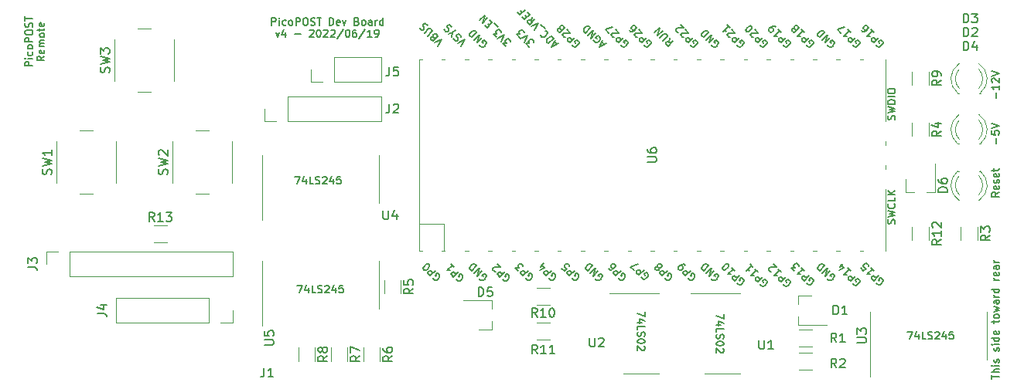
<source format=gbr>
%TF.GenerationSoftware,KiCad,Pcbnew,(6.0.5)*%
%TF.CreationDate,2022-10-23T12:56:42-05:00*%
%TF.ProjectId,ISA rev4,49534120-7265-4763-942e-6b696361645f,rev?*%
%TF.SameCoordinates,Original*%
%TF.FileFunction,Legend,Top*%
%TF.FilePolarity,Positive*%
%FSLAX46Y46*%
G04 Gerber Fmt 4.6, Leading zero omitted, Abs format (unit mm)*
G04 Created by KiCad (PCBNEW (6.0.5)) date 2022-10-23 12:56:42*
%MOMM*%
%LPD*%
G01*
G04 APERTURE LIST*
%ADD10C,0.152400*%
%ADD11C,0.150000*%
%ADD12C,0.120000*%
G04 APERTURE END LIST*
D10*
X156909104Y-135773885D02*
X156909104Y-136315752D01*
X156096304Y-135967409D01*
X156638171Y-136973733D02*
X156096304Y-136973733D01*
X156947809Y-136780209D02*
X156367238Y-136586685D01*
X156367238Y-137089847D01*
X156096304Y-137786533D02*
X156096304Y-137399485D01*
X156909104Y-137399485D01*
X156135009Y-138018761D02*
X156096304Y-138134876D01*
X156096304Y-138328400D01*
X156135009Y-138405809D01*
X156173714Y-138444514D01*
X156251123Y-138483219D01*
X156328533Y-138483219D01*
X156405942Y-138444514D01*
X156444647Y-138405809D01*
X156483352Y-138328400D01*
X156522057Y-138173580D01*
X156560761Y-138096171D01*
X156599466Y-138057466D01*
X156676876Y-138018761D01*
X156754285Y-138018761D01*
X156831695Y-138057466D01*
X156870400Y-138096171D01*
X156909104Y-138173580D01*
X156909104Y-138367104D01*
X156870400Y-138483219D01*
X156909104Y-138986380D02*
X156909104Y-139063790D01*
X156870400Y-139141200D01*
X156831695Y-139179904D01*
X156754285Y-139218609D01*
X156599466Y-139257314D01*
X156405942Y-139257314D01*
X156251123Y-139218609D01*
X156173714Y-139179904D01*
X156135009Y-139141200D01*
X156096304Y-139063790D01*
X156096304Y-138986380D01*
X156135009Y-138908971D01*
X156173714Y-138870266D01*
X156251123Y-138831561D01*
X156405942Y-138792857D01*
X156599466Y-138792857D01*
X156754285Y-138831561D01*
X156831695Y-138870266D01*
X156870400Y-138908971D01*
X156909104Y-138986380D01*
X156831695Y-139566952D02*
X156870400Y-139605657D01*
X156909104Y-139683066D01*
X156909104Y-139876590D01*
X156870400Y-139954000D01*
X156831695Y-139992704D01*
X156754285Y-140031409D01*
X156676876Y-140031409D01*
X156560761Y-139992704D01*
X156096304Y-139528247D01*
X156096304Y-140031409D01*
X177042838Y-137730895D02*
X177584704Y-137730895D01*
X177236361Y-138543695D01*
X178242685Y-138001828D02*
X178242685Y-138543695D01*
X178049161Y-137692190D02*
X177855638Y-138272761D01*
X178358800Y-138272761D01*
X179055485Y-138543695D02*
X178668438Y-138543695D01*
X178668438Y-137730895D01*
X179287714Y-138504990D02*
X179403828Y-138543695D01*
X179597352Y-138543695D01*
X179674761Y-138504990D01*
X179713466Y-138466285D01*
X179752171Y-138388876D01*
X179752171Y-138311466D01*
X179713466Y-138234057D01*
X179674761Y-138195352D01*
X179597352Y-138156647D01*
X179442533Y-138117942D01*
X179365123Y-138079238D01*
X179326419Y-138040533D01*
X179287714Y-137963123D01*
X179287714Y-137885714D01*
X179326419Y-137808304D01*
X179365123Y-137769600D01*
X179442533Y-137730895D01*
X179636057Y-137730895D01*
X179752171Y-137769600D01*
X180061809Y-137808304D02*
X180100514Y-137769600D01*
X180177923Y-137730895D01*
X180371447Y-137730895D01*
X180448857Y-137769600D01*
X180487561Y-137808304D01*
X180526266Y-137885714D01*
X180526266Y-137963123D01*
X180487561Y-138079238D01*
X180023104Y-138543695D01*
X180526266Y-138543695D01*
X181222952Y-138001828D02*
X181222952Y-138543695D01*
X181029428Y-137692190D02*
X180835904Y-138272761D01*
X181339066Y-138272761D01*
X182035752Y-137730895D02*
X181648704Y-137730895D01*
X181610000Y-138117942D01*
X181648704Y-138079238D01*
X181726114Y-138040533D01*
X181919638Y-138040533D01*
X181997047Y-138079238D01*
X182035752Y-138117942D01*
X182074457Y-138195352D01*
X182074457Y-138388876D01*
X182035752Y-138466285D01*
X181997047Y-138504990D01*
X181919638Y-138543695D01*
X181726114Y-138543695D01*
X181648704Y-138504990D01*
X181610000Y-138466285D01*
X186244895Y-142919752D02*
X186244895Y-142455295D01*
X187057695Y-142687523D02*
X186244895Y-142687523D01*
X187057695Y-142184361D02*
X186244895Y-142184361D01*
X187057695Y-141836019D02*
X186631942Y-141836019D01*
X186554533Y-141874723D01*
X186515828Y-141952133D01*
X186515828Y-142068247D01*
X186554533Y-142145657D01*
X186593238Y-142184361D01*
X187057695Y-141448971D02*
X186515828Y-141448971D01*
X186244895Y-141448971D02*
X186283600Y-141487676D01*
X186322304Y-141448971D01*
X186283600Y-141410266D01*
X186244895Y-141448971D01*
X186322304Y-141448971D01*
X187018990Y-141100628D02*
X187057695Y-141023219D01*
X187057695Y-140868400D01*
X187018990Y-140790990D01*
X186941580Y-140752285D01*
X186902876Y-140752285D01*
X186825466Y-140790990D01*
X186786761Y-140868400D01*
X186786761Y-140984514D01*
X186748057Y-141061923D01*
X186670647Y-141100628D01*
X186631942Y-141100628D01*
X186554533Y-141061923D01*
X186515828Y-140984514D01*
X186515828Y-140868400D01*
X186554533Y-140790990D01*
X187018990Y-139823371D02*
X187057695Y-139745961D01*
X187057695Y-139591142D01*
X187018990Y-139513733D01*
X186941580Y-139475028D01*
X186902876Y-139475028D01*
X186825466Y-139513733D01*
X186786761Y-139591142D01*
X186786761Y-139707257D01*
X186748057Y-139784666D01*
X186670647Y-139823371D01*
X186631942Y-139823371D01*
X186554533Y-139784666D01*
X186515828Y-139707257D01*
X186515828Y-139591142D01*
X186554533Y-139513733D01*
X187057695Y-139126685D02*
X186515828Y-139126685D01*
X186244895Y-139126685D02*
X186283600Y-139165390D01*
X186322304Y-139126685D01*
X186283600Y-139087980D01*
X186244895Y-139126685D01*
X186322304Y-139126685D01*
X187057695Y-138391295D02*
X186244895Y-138391295D01*
X187018990Y-138391295D02*
X187057695Y-138468704D01*
X187057695Y-138623523D01*
X187018990Y-138700933D01*
X186980285Y-138739638D01*
X186902876Y-138778342D01*
X186670647Y-138778342D01*
X186593238Y-138739638D01*
X186554533Y-138700933D01*
X186515828Y-138623523D01*
X186515828Y-138468704D01*
X186554533Y-138391295D01*
X187018990Y-137694609D02*
X187057695Y-137772019D01*
X187057695Y-137926838D01*
X187018990Y-138004247D01*
X186941580Y-138042952D01*
X186631942Y-138042952D01*
X186554533Y-138004247D01*
X186515828Y-137926838D01*
X186515828Y-137772019D01*
X186554533Y-137694609D01*
X186631942Y-137655904D01*
X186709352Y-137655904D01*
X186786761Y-138042952D01*
X186515828Y-136804400D02*
X186515828Y-136494761D01*
X186244895Y-136688285D02*
X186941580Y-136688285D01*
X187018990Y-136649580D01*
X187057695Y-136572171D01*
X187057695Y-136494761D01*
X187057695Y-136107714D02*
X187018990Y-136185123D01*
X186980285Y-136223828D01*
X186902876Y-136262533D01*
X186670647Y-136262533D01*
X186593238Y-136223828D01*
X186554533Y-136185123D01*
X186515828Y-136107714D01*
X186515828Y-135991600D01*
X186554533Y-135914190D01*
X186593238Y-135875485D01*
X186670647Y-135836780D01*
X186902876Y-135836780D01*
X186980285Y-135875485D01*
X187018990Y-135914190D01*
X187057695Y-135991600D01*
X187057695Y-136107714D01*
X186515828Y-135565847D02*
X187057695Y-135411028D01*
X186670647Y-135256209D01*
X187057695Y-135101390D01*
X186515828Y-134946571D01*
X187057695Y-134288590D02*
X186631942Y-134288590D01*
X186554533Y-134327295D01*
X186515828Y-134404704D01*
X186515828Y-134559523D01*
X186554533Y-134636933D01*
X187018990Y-134288590D02*
X187057695Y-134366000D01*
X187057695Y-134559523D01*
X187018990Y-134636933D01*
X186941580Y-134675638D01*
X186864171Y-134675638D01*
X186786761Y-134636933D01*
X186748057Y-134559523D01*
X186748057Y-134366000D01*
X186709352Y-134288590D01*
X187057695Y-133901542D02*
X186515828Y-133901542D01*
X186670647Y-133901542D02*
X186593238Y-133862838D01*
X186554533Y-133824133D01*
X186515828Y-133746723D01*
X186515828Y-133669314D01*
X187057695Y-133050038D02*
X186244895Y-133050038D01*
X187018990Y-133050038D02*
X187057695Y-133127447D01*
X187057695Y-133282266D01*
X187018990Y-133359676D01*
X186980285Y-133398380D01*
X186902876Y-133437085D01*
X186670647Y-133437085D01*
X186593238Y-133398380D01*
X186554533Y-133359676D01*
X186515828Y-133282266D01*
X186515828Y-133127447D01*
X186554533Y-133050038D01*
X187057695Y-132043714D02*
X186515828Y-132043714D01*
X186670647Y-132043714D02*
X186593238Y-132005009D01*
X186554533Y-131966304D01*
X186515828Y-131888895D01*
X186515828Y-131811485D01*
X187018990Y-131230914D02*
X187057695Y-131308323D01*
X187057695Y-131463142D01*
X187018990Y-131540552D01*
X186941580Y-131579257D01*
X186631942Y-131579257D01*
X186554533Y-131540552D01*
X186515828Y-131463142D01*
X186515828Y-131308323D01*
X186554533Y-131230914D01*
X186631942Y-131192209D01*
X186709352Y-131192209D01*
X186786761Y-131579257D01*
X187057695Y-130495523D02*
X186631942Y-130495523D01*
X186554533Y-130534228D01*
X186515828Y-130611638D01*
X186515828Y-130766457D01*
X186554533Y-130843866D01*
X187018990Y-130495523D02*
X187057695Y-130572933D01*
X187057695Y-130766457D01*
X187018990Y-130843866D01*
X186941580Y-130882571D01*
X186864171Y-130882571D01*
X186786761Y-130843866D01*
X186748057Y-130766457D01*
X186748057Y-130572933D01*
X186709352Y-130495523D01*
X187057695Y-130108476D02*
X186515828Y-130108476D01*
X186670647Y-130108476D02*
X186593238Y-130069771D01*
X186554533Y-130031066D01*
X186515828Y-129953657D01*
X186515828Y-129876247D01*
X81247391Y-108569276D02*
X80434591Y-108569276D01*
X80434591Y-108259638D01*
X80473296Y-108182228D01*
X80512000Y-108143523D01*
X80589410Y-108104819D01*
X80705524Y-108104819D01*
X80782934Y-108143523D01*
X80821638Y-108182228D01*
X80860343Y-108259638D01*
X80860343Y-108569276D01*
X81247391Y-107756476D02*
X80705524Y-107756476D01*
X80434591Y-107756476D02*
X80473296Y-107795180D01*
X80512000Y-107756476D01*
X80473296Y-107717771D01*
X80434591Y-107756476D01*
X80512000Y-107756476D01*
X81208686Y-107021085D02*
X81247391Y-107098495D01*
X81247391Y-107253314D01*
X81208686Y-107330723D01*
X81169981Y-107369428D01*
X81092572Y-107408133D01*
X80860343Y-107408133D01*
X80782934Y-107369428D01*
X80744229Y-107330723D01*
X80705524Y-107253314D01*
X80705524Y-107098495D01*
X80744229Y-107021085D01*
X81247391Y-106556628D02*
X81208686Y-106634038D01*
X81169981Y-106672742D01*
X81092572Y-106711447D01*
X80860343Y-106711447D01*
X80782934Y-106672742D01*
X80744229Y-106634038D01*
X80705524Y-106556628D01*
X80705524Y-106440514D01*
X80744229Y-106363104D01*
X80782934Y-106324400D01*
X80860343Y-106285695D01*
X81092572Y-106285695D01*
X81169981Y-106324400D01*
X81208686Y-106363104D01*
X81247391Y-106440514D01*
X81247391Y-106556628D01*
X81247391Y-105937352D02*
X80434591Y-105937352D01*
X80434591Y-105627714D01*
X80473296Y-105550304D01*
X80512000Y-105511600D01*
X80589410Y-105472895D01*
X80705524Y-105472895D01*
X80782934Y-105511600D01*
X80821638Y-105550304D01*
X80860343Y-105627714D01*
X80860343Y-105937352D01*
X80434591Y-104969733D02*
X80434591Y-104814914D01*
X80473296Y-104737504D01*
X80550705Y-104660095D01*
X80705524Y-104621390D01*
X80976457Y-104621390D01*
X81131276Y-104660095D01*
X81208686Y-104737504D01*
X81247391Y-104814914D01*
X81247391Y-104969733D01*
X81208686Y-105047142D01*
X81131276Y-105124552D01*
X80976457Y-105163257D01*
X80705524Y-105163257D01*
X80550705Y-105124552D01*
X80473296Y-105047142D01*
X80434591Y-104969733D01*
X81208686Y-104311752D02*
X81247391Y-104195638D01*
X81247391Y-104002114D01*
X81208686Y-103924704D01*
X81169981Y-103886000D01*
X81092572Y-103847295D01*
X81015162Y-103847295D01*
X80937753Y-103886000D01*
X80899048Y-103924704D01*
X80860343Y-104002114D01*
X80821638Y-104156933D01*
X80782934Y-104234342D01*
X80744229Y-104273047D01*
X80666819Y-104311752D01*
X80589410Y-104311752D01*
X80512000Y-104273047D01*
X80473296Y-104234342D01*
X80434591Y-104156933D01*
X80434591Y-103963409D01*
X80473296Y-103847295D01*
X80434591Y-103615066D02*
X80434591Y-103150609D01*
X81247391Y-103382838D02*
X80434591Y-103382838D01*
X82555999Y-107504895D02*
X82168951Y-107775828D01*
X82555999Y-107969352D02*
X81743199Y-107969352D01*
X81743199Y-107659714D01*
X81781904Y-107582304D01*
X81820608Y-107543600D01*
X81898018Y-107504895D01*
X82014132Y-107504895D01*
X82091542Y-107543600D01*
X82130246Y-107582304D01*
X82168951Y-107659714D01*
X82168951Y-107969352D01*
X82517294Y-106846914D02*
X82555999Y-106924323D01*
X82555999Y-107079142D01*
X82517294Y-107156552D01*
X82439884Y-107195257D01*
X82130246Y-107195257D01*
X82052837Y-107156552D01*
X82014132Y-107079142D01*
X82014132Y-106924323D01*
X82052837Y-106846914D01*
X82130246Y-106808209D01*
X82207656Y-106808209D01*
X82285065Y-107195257D01*
X82555999Y-106459866D02*
X82014132Y-106459866D01*
X82091542Y-106459866D02*
X82052837Y-106421161D01*
X82014132Y-106343752D01*
X82014132Y-106227638D01*
X82052837Y-106150228D01*
X82130246Y-106111523D01*
X82555999Y-106111523D01*
X82130246Y-106111523D02*
X82052837Y-106072819D01*
X82014132Y-105995409D01*
X82014132Y-105879295D01*
X82052837Y-105801885D01*
X82130246Y-105763180D01*
X82555999Y-105763180D01*
X82555999Y-105260019D02*
X82517294Y-105337428D01*
X82478589Y-105376133D01*
X82401180Y-105414838D01*
X82168951Y-105414838D01*
X82091542Y-105376133D01*
X82052837Y-105337428D01*
X82014132Y-105260019D01*
X82014132Y-105143904D01*
X82052837Y-105066495D01*
X82091542Y-105027790D01*
X82168951Y-104989085D01*
X82401180Y-104989085D01*
X82478589Y-105027790D01*
X82517294Y-105066495D01*
X82555999Y-105143904D01*
X82555999Y-105260019D01*
X82014132Y-104756857D02*
X82014132Y-104447219D01*
X81743199Y-104640742D02*
X82439884Y-104640742D01*
X82517294Y-104602038D01*
X82555999Y-104524628D01*
X82555999Y-104447219D01*
X82517294Y-103866647D02*
X82555999Y-103944057D01*
X82555999Y-104098876D01*
X82517294Y-104176285D01*
X82439884Y-104214990D01*
X82130246Y-104214990D01*
X82052837Y-104176285D01*
X82014132Y-104098876D01*
X82014132Y-103944057D01*
X82052837Y-103866647D01*
X82130246Y-103827942D01*
X82207656Y-103827942D01*
X82285065Y-104214990D01*
X110240838Y-132650895D02*
X110782704Y-132650895D01*
X110434361Y-133463695D01*
X111440685Y-132921828D02*
X111440685Y-133463695D01*
X111247161Y-132612190D02*
X111053638Y-133192761D01*
X111556800Y-133192761D01*
X112253485Y-133463695D02*
X111866438Y-133463695D01*
X111866438Y-132650895D01*
X112485714Y-133424990D02*
X112601828Y-133463695D01*
X112795352Y-133463695D01*
X112872761Y-133424990D01*
X112911466Y-133386285D01*
X112950171Y-133308876D01*
X112950171Y-133231466D01*
X112911466Y-133154057D01*
X112872761Y-133115352D01*
X112795352Y-133076647D01*
X112640533Y-133037942D01*
X112563123Y-132999238D01*
X112524419Y-132960533D01*
X112485714Y-132883123D01*
X112485714Y-132805714D01*
X112524419Y-132728304D01*
X112563123Y-132689600D01*
X112640533Y-132650895D01*
X112834057Y-132650895D01*
X112950171Y-132689600D01*
X113259809Y-132728304D02*
X113298514Y-132689600D01*
X113375923Y-132650895D01*
X113569447Y-132650895D01*
X113646857Y-132689600D01*
X113685561Y-132728304D01*
X113724266Y-132805714D01*
X113724266Y-132883123D01*
X113685561Y-132999238D01*
X113221104Y-133463695D01*
X113724266Y-133463695D01*
X114420952Y-132921828D02*
X114420952Y-133463695D01*
X114227428Y-132612190D02*
X114033904Y-133192761D01*
X114537066Y-133192761D01*
X115233752Y-132650895D02*
X114846704Y-132650895D01*
X114808000Y-133037942D01*
X114846704Y-132999238D01*
X114924114Y-132960533D01*
X115117638Y-132960533D01*
X115195047Y-132999238D01*
X115233752Y-133037942D01*
X115272457Y-133115352D01*
X115272457Y-133308876D01*
X115233752Y-133386285D01*
X115195047Y-133424990D01*
X115117638Y-133463695D01*
X114924114Y-133463695D01*
X114846704Y-133424990D01*
X114808000Y-133386285D01*
X187057695Y-122425580D02*
X186670647Y-122696514D01*
X187057695Y-122890038D02*
X186244895Y-122890038D01*
X186244895Y-122580400D01*
X186283600Y-122502990D01*
X186322304Y-122464285D01*
X186399714Y-122425580D01*
X186515828Y-122425580D01*
X186593238Y-122464285D01*
X186631942Y-122502990D01*
X186670647Y-122580400D01*
X186670647Y-122890038D01*
X187018990Y-121767600D02*
X187057695Y-121845009D01*
X187057695Y-121999828D01*
X187018990Y-122077238D01*
X186941580Y-122115942D01*
X186631942Y-122115942D01*
X186554533Y-122077238D01*
X186515828Y-121999828D01*
X186515828Y-121845009D01*
X186554533Y-121767600D01*
X186631942Y-121728895D01*
X186709352Y-121728895D01*
X186786761Y-122115942D01*
X187018990Y-121419257D02*
X187057695Y-121341847D01*
X187057695Y-121187028D01*
X187018990Y-121109619D01*
X186941580Y-121070914D01*
X186902876Y-121070914D01*
X186825466Y-121109619D01*
X186786761Y-121187028D01*
X186786761Y-121303142D01*
X186748057Y-121380552D01*
X186670647Y-121419257D01*
X186631942Y-121419257D01*
X186554533Y-121380552D01*
X186515828Y-121303142D01*
X186515828Y-121187028D01*
X186554533Y-121109619D01*
X187018990Y-120412933D02*
X187057695Y-120490342D01*
X187057695Y-120645161D01*
X187018990Y-120722571D01*
X186941580Y-120761276D01*
X186631942Y-120761276D01*
X186554533Y-120722571D01*
X186515828Y-120645161D01*
X186515828Y-120490342D01*
X186554533Y-120412933D01*
X186631942Y-120374228D01*
X186709352Y-120374228D01*
X186786761Y-120761276D01*
X186515828Y-120142000D02*
X186515828Y-119832361D01*
X186244895Y-120025885D02*
X186941580Y-120025885D01*
X187018990Y-119987180D01*
X187057695Y-119909771D01*
X187057695Y-119832361D01*
X186748057Y-117084323D02*
X186748057Y-116465047D01*
X186244895Y-115690952D02*
X186244895Y-116078000D01*
X186631942Y-116116704D01*
X186593238Y-116078000D01*
X186554533Y-116000590D01*
X186554533Y-115807066D01*
X186593238Y-115729657D01*
X186631942Y-115690952D01*
X186709352Y-115652247D01*
X186902876Y-115652247D01*
X186980285Y-115690952D01*
X187018990Y-115729657D01*
X187057695Y-115807066D01*
X187057695Y-116000590D01*
X187018990Y-116078000D01*
X186980285Y-116116704D01*
X186244895Y-115420019D02*
X187057695Y-115149085D01*
X186244895Y-114878152D01*
X186748057Y-112130114D02*
X186748057Y-111510838D01*
X187057695Y-110698038D02*
X187057695Y-111162495D01*
X187057695Y-110930266D02*
X186244895Y-110930266D01*
X186361009Y-111007676D01*
X186438419Y-111085085D01*
X186477123Y-111162495D01*
X186322304Y-110388400D02*
X186283600Y-110349695D01*
X186244895Y-110272285D01*
X186244895Y-110078761D01*
X186283600Y-110001352D01*
X186322304Y-109962647D01*
X186399714Y-109923942D01*
X186477123Y-109923942D01*
X186593238Y-109962647D01*
X187057695Y-110427104D01*
X187057695Y-109923942D01*
X186244895Y-109691714D02*
X187057695Y-109420780D01*
X186244895Y-109149847D01*
X107442000Y-104107391D02*
X107442000Y-103294591D01*
X107751638Y-103294591D01*
X107829047Y-103333296D01*
X107867752Y-103372000D01*
X107906457Y-103449410D01*
X107906457Y-103565524D01*
X107867752Y-103642934D01*
X107829047Y-103681638D01*
X107751638Y-103720343D01*
X107442000Y-103720343D01*
X108254800Y-104107391D02*
X108254800Y-103565524D01*
X108254800Y-103294591D02*
X108216095Y-103333296D01*
X108254800Y-103372000D01*
X108293504Y-103333296D01*
X108254800Y-103294591D01*
X108254800Y-103372000D01*
X108990190Y-104068686D02*
X108912780Y-104107391D01*
X108757961Y-104107391D01*
X108680552Y-104068686D01*
X108641847Y-104029981D01*
X108603142Y-103952572D01*
X108603142Y-103720343D01*
X108641847Y-103642934D01*
X108680552Y-103604229D01*
X108757961Y-103565524D01*
X108912780Y-103565524D01*
X108990190Y-103604229D01*
X109454647Y-104107391D02*
X109377238Y-104068686D01*
X109338533Y-104029981D01*
X109299828Y-103952572D01*
X109299828Y-103720343D01*
X109338533Y-103642934D01*
X109377238Y-103604229D01*
X109454647Y-103565524D01*
X109570761Y-103565524D01*
X109648171Y-103604229D01*
X109686876Y-103642934D01*
X109725580Y-103720343D01*
X109725580Y-103952572D01*
X109686876Y-104029981D01*
X109648171Y-104068686D01*
X109570761Y-104107391D01*
X109454647Y-104107391D01*
X110073923Y-104107391D02*
X110073923Y-103294591D01*
X110383561Y-103294591D01*
X110460971Y-103333296D01*
X110499676Y-103372000D01*
X110538380Y-103449410D01*
X110538380Y-103565524D01*
X110499676Y-103642934D01*
X110460971Y-103681638D01*
X110383561Y-103720343D01*
X110073923Y-103720343D01*
X111041542Y-103294591D02*
X111196361Y-103294591D01*
X111273771Y-103333296D01*
X111351180Y-103410705D01*
X111389885Y-103565524D01*
X111389885Y-103836457D01*
X111351180Y-103991276D01*
X111273771Y-104068686D01*
X111196361Y-104107391D01*
X111041542Y-104107391D01*
X110964133Y-104068686D01*
X110886723Y-103991276D01*
X110848019Y-103836457D01*
X110848019Y-103565524D01*
X110886723Y-103410705D01*
X110964133Y-103333296D01*
X111041542Y-103294591D01*
X111699523Y-104068686D02*
X111815638Y-104107391D01*
X112009161Y-104107391D01*
X112086571Y-104068686D01*
X112125276Y-104029981D01*
X112163980Y-103952572D01*
X112163980Y-103875162D01*
X112125276Y-103797753D01*
X112086571Y-103759048D01*
X112009161Y-103720343D01*
X111854342Y-103681638D01*
X111776933Y-103642934D01*
X111738228Y-103604229D01*
X111699523Y-103526819D01*
X111699523Y-103449410D01*
X111738228Y-103372000D01*
X111776933Y-103333296D01*
X111854342Y-103294591D01*
X112047866Y-103294591D01*
X112163980Y-103333296D01*
X112396209Y-103294591D02*
X112860666Y-103294591D01*
X112628438Y-104107391D02*
X112628438Y-103294591D01*
X113750876Y-104107391D02*
X113750876Y-103294591D01*
X113944400Y-103294591D01*
X114060514Y-103333296D01*
X114137923Y-103410705D01*
X114176628Y-103488115D01*
X114215333Y-103642934D01*
X114215333Y-103759048D01*
X114176628Y-103913867D01*
X114137923Y-103991276D01*
X114060514Y-104068686D01*
X113944400Y-104107391D01*
X113750876Y-104107391D01*
X114873314Y-104068686D02*
X114795904Y-104107391D01*
X114641085Y-104107391D01*
X114563676Y-104068686D01*
X114524971Y-103991276D01*
X114524971Y-103681638D01*
X114563676Y-103604229D01*
X114641085Y-103565524D01*
X114795904Y-103565524D01*
X114873314Y-103604229D01*
X114912019Y-103681638D01*
X114912019Y-103759048D01*
X114524971Y-103836457D01*
X115182952Y-103565524D02*
X115376476Y-104107391D01*
X115570000Y-103565524D01*
X116769847Y-103681638D02*
X116885961Y-103720343D01*
X116924666Y-103759048D01*
X116963371Y-103836457D01*
X116963371Y-103952572D01*
X116924666Y-104029981D01*
X116885961Y-104068686D01*
X116808552Y-104107391D01*
X116498914Y-104107391D01*
X116498914Y-103294591D01*
X116769847Y-103294591D01*
X116847257Y-103333296D01*
X116885961Y-103372000D01*
X116924666Y-103449410D01*
X116924666Y-103526819D01*
X116885961Y-103604229D01*
X116847257Y-103642934D01*
X116769847Y-103681638D01*
X116498914Y-103681638D01*
X117427828Y-104107391D02*
X117350419Y-104068686D01*
X117311714Y-104029981D01*
X117273009Y-103952572D01*
X117273009Y-103720343D01*
X117311714Y-103642934D01*
X117350419Y-103604229D01*
X117427828Y-103565524D01*
X117543942Y-103565524D01*
X117621352Y-103604229D01*
X117660057Y-103642934D01*
X117698761Y-103720343D01*
X117698761Y-103952572D01*
X117660057Y-104029981D01*
X117621352Y-104068686D01*
X117543942Y-104107391D01*
X117427828Y-104107391D01*
X118395447Y-104107391D02*
X118395447Y-103681638D01*
X118356742Y-103604229D01*
X118279333Y-103565524D01*
X118124514Y-103565524D01*
X118047104Y-103604229D01*
X118395447Y-104068686D02*
X118318038Y-104107391D01*
X118124514Y-104107391D01*
X118047104Y-104068686D01*
X118008400Y-103991276D01*
X118008400Y-103913867D01*
X118047104Y-103836457D01*
X118124514Y-103797753D01*
X118318038Y-103797753D01*
X118395447Y-103759048D01*
X118782495Y-104107391D02*
X118782495Y-103565524D01*
X118782495Y-103720343D02*
X118821200Y-103642934D01*
X118859904Y-103604229D01*
X118937314Y-103565524D01*
X119014723Y-103565524D01*
X119634000Y-104107391D02*
X119634000Y-103294591D01*
X119634000Y-104068686D02*
X119556590Y-104107391D01*
X119401771Y-104107391D01*
X119324361Y-104068686D01*
X119285657Y-104029981D01*
X119246952Y-103952572D01*
X119246952Y-103720343D01*
X119285657Y-103642934D01*
X119324361Y-103604229D01*
X119401771Y-103565524D01*
X119556590Y-103565524D01*
X119634000Y-103604229D01*
X107887104Y-104874132D02*
X108080628Y-105415999D01*
X108274152Y-104874132D01*
X108932133Y-104874132D02*
X108932133Y-105415999D01*
X108738609Y-104564494D02*
X108545085Y-105145065D01*
X109048247Y-105145065D01*
X109977161Y-105106361D02*
X110596438Y-105106361D01*
X111564057Y-104680608D02*
X111602761Y-104641904D01*
X111680171Y-104603199D01*
X111873695Y-104603199D01*
X111951104Y-104641904D01*
X111989809Y-104680608D01*
X112028514Y-104758018D01*
X112028514Y-104835427D01*
X111989809Y-104951542D01*
X111525352Y-105415999D01*
X112028514Y-105415999D01*
X112531676Y-104603199D02*
X112609085Y-104603199D01*
X112686495Y-104641904D01*
X112725200Y-104680608D01*
X112763904Y-104758018D01*
X112802609Y-104912837D01*
X112802609Y-105106361D01*
X112763904Y-105261180D01*
X112725200Y-105338589D01*
X112686495Y-105377294D01*
X112609085Y-105415999D01*
X112531676Y-105415999D01*
X112454266Y-105377294D01*
X112415561Y-105338589D01*
X112376857Y-105261180D01*
X112338152Y-105106361D01*
X112338152Y-104912837D01*
X112376857Y-104758018D01*
X112415561Y-104680608D01*
X112454266Y-104641904D01*
X112531676Y-104603199D01*
X113112247Y-104680608D02*
X113150952Y-104641904D01*
X113228361Y-104603199D01*
X113421885Y-104603199D01*
X113499295Y-104641904D01*
X113538000Y-104680608D01*
X113576704Y-104758018D01*
X113576704Y-104835427D01*
X113538000Y-104951542D01*
X113073542Y-105415999D01*
X113576704Y-105415999D01*
X113886342Y-104680608D02*
X113925047Y-104641904D01*
X114002457Y-104603199D01*
X114195980Y-104603199D01*
X114273390Y-104641904D01*
X114312095Y-104680608D01*
X114350800Y-104758018D01*
X114350800Y-104835427D01*
X114312095Y-104951542D01*
X113847638Y-105415999D01*
X114350800Y-105415999D01*
X115279714Y-104564494D02*
X114583028Y-105609523D01*
X115705466Y-104603199D02*
X115782876Y-104603199D01*
X115860285Y-104641904D01*
X115898990Y-104680608D01*
X115937695Y-104758018D01*
X115976400Y-104912837D01*
X115976400Y-105106361D01*
X115937695Y-105261180D01*
X115898990Y-105338589D01*
X115860285Y-105377294D01*
X115782876Y-105415999D01*
X115705466Y-105415999D01*
X115628057Y-105377294D01*
X115589352Y-105338589D01*
X115550647Y-105261180D01*
X115511942Y-105106361D01*
X115511942Y-104912837D01*
X115550647Y-104758018D01*
X115589352Y-104680608D01*
X115628057Y-104641904D01*
X115705466Y-104603199D01*
X116673085Y-104603199D02*
X116518266Y-104603199D01*
X116440857Y-104641904D01*
X116402152Y-104680608D01*
X116324742Y-104796723D01*
X116286038Y-104951542D01*
X116286038Y-105261180D01*
X116324742Y-105338589D01*
X116363447Y-105377294D01*
X116440857Y-105415999D01*
X116595676Y-105415999D01*
X116673085Y-105377294D01*
X116711790Y-105338589D01*
X116750495Y-105261180D01*
X116750495Y-105067656D01*
X116711790Y-104990246D01*
X116673085Y-104951542D01*
X116595676Y-104912837D01*
X116440857Y-104912837D01*
X116363447Y-104951542D01*
X116324742Y-104990246D01*
X116286038Y-105067656D01*
X117679409Y-104564494D02*
X116982723Y-105609523D01*
X118376095Y-105415999D02*
X117911638Y-105415999D01*
X118143866Y-105415999D02*
X118143866Y-104603199D01*
X118066457Y-104719313D01*
X117989047Y-104796723D01*
X117911638Y-104835427D01*
X118763142Y-105415999D02*
X118917961Y-105415999D01*
X118995371Y-105377294D01*
X119034076Y-105338589D01*
X119111485Y-105222475D01*
X119150190Y-105067656D01*
X119150190Y-104758018D01*
X119111485Y-104680608D01*
X119072780Y-104641904D01*
X118995371Y-104603199D01*
X118840552Y-104603199D01*
X118763142Y-104641904D01*
X118724438Y-104680608D01*
X118685733Y-104758018D01*
X118685733Y-104951542D01*
X118724438Y-105028951D01*
X118763142Y-105067656D01*
X118840552Y-105106361D01*
X118995371Y-105106361D01*
X119072780Y-105067656D01*
X119111485Y-105028951D01*
X119150190Y-104951542D01*
X109986838Y-120712895D02*
X110528704Y-120712895D01*
X110180361Y-121525695D01*
X111186685Y-120983828D02*
X111186685Y-121525695D01*
X110993161Y-120674190D02*
X110799638Y-121254761D01*
X111302800Y-121254761D01*
X111999485Y-121525695D02*
X111612438Y-121525695D01*
X111612438Y-120712895D01*
X112231714Y-121486990D02*
X112347828Y-121525695D01*
X112541352Y-121525695D01*
X112618761Y-121486990D01*
X112657466Y-121448285D01*
X112696171Y-121370876D01*
X112696171Y-121293466D01*
X112657466Y-121216057D01*
X112618761Y-121177352D01*
X112541352Y-121138647D01*
X112386533Y-121099942D01*
X112309123Y-121061238D01*
X112270419Y-121022533D01*
X112231714Y-120945123D01*
X112231714Y-120867714D01*
X112270419Y-120790304D01*
X112309123Y-120751600D01*
X112386533Y-120712895D01*
X112580057Y-120712895D01*
X112696171Y-120751600D01*
X113005809Y-120790304D02*
X113044514Y-120751600D01*
X113121923Y-120712895D01*
X113315447Y-120712895D01*
X113392857Y-120751600D01*
X113431561Y-120790304D01*
X113470266Y-120867714D01*
X113470266Y-120945123D01*
X113431561Y-121061238D01*
X112967104Y-121525695D01*
X113470266Y-121525695D01*
X114166952Y-120983828D02*
X114166952Y-121525695D01*
X113973428Y-120674190D02*
X113779904Y-121254761D01*
X114283066Y-121254761D01*
X114979752Y-120712895D02*
X114592704Y-120712895D01*
X114554000Y-121099942D01*
X114592704Y-121061238D01*
X114670114Y-121022533D01*
X114863638Y-121022533D01*
X114941047Y-121061238D01*
X114979752Y-121099942D01*
X115018457Y-121177352D01*
X115018457Y-121370876D01*
X114979752Y-121448285D01*
X114941047Y-121486990D01*
X114863638Y-121525695D01*
X114670114Y-121525695D01*
X114592704Y-121486990D01*
X114554000Y-121448285D01*
X148273104Y-135519885D02*
X148273104Y-136061752D01*
X147460304Y-135713409D01*
X148002171Y-136719733D02*
X147460304Y-136719733D01*
X148311809Y-136526209D02*
X147731238Y-136332685D01*
X147731238Y-136835847D01*
X147460304Y-137532533D02*
X147460304Y-137145485D01*
X148273104Y-137145485D01*
X147499009Y-137764761D02*
X147460304Y-137880876D01*
X147460304Y-138074400D01*
X147499009Y-138151809D01*
X147537714Y-138190514D01*
X147615123Y-138229219D01*
X147692533Y-138229219D01*
X147769942Y-138190514D01*
X147808647Y-138151809D01*
X147847352Y-138074400D01*
X147886057Y-137919580D01*
X147924761Y-137842171D01*
X147963466Y-137803466D01*
X148040876Y-137764761D01*
X148118285Y-137764761D01*
X148195695Y-137803466D01*
X148234400Y-137842171D01*
X148273104Y-137919580D01*
X148273104Y-138113104D01*
X148234400Y-138229219D01*
X148273104Y-138732380D02*
X148273104Y-138809790D01*
X148234400Y-138887200D01*
X148195695Y-138925904D01*
X148118285Y-138964609D01*
X147963466Y-139003314D01*
X147769942Y-139003314D01*
X147615123Y-138964609D01*
X147537714Y-138925904D01*
X147499009Y-138887200D01*
X147460304Y-138809790D01*
X147460304Y-138732380D01*
X147499009Y-138654971D01*
X147537714Y-138616266D01*
X147615123Y-138577561D01*
X147769942Y-138538857D01*
X147963466Y-138538857D01*
X148118285Y-138577561D01*
X148195695Y-138616266D01*
X148234400Y-138654971D01*
X148273104Y-138732380D01*
X148195695Y-139312952D02*
X148234400Y-139351657D01*
X148273104Y-139429066D01*
X148273104Y-139622590D01*
X148234400Y-139700000D01*
X148195695Y-139738704D01*
X148118285Y-139777409D01*
X148040876Y-139777409D01*
X147924761Y-139738704D01*
X147460304Y-139274247D01*
X147460304Y-139777409D01*
D11*
%TO.C,J5*%
X120316666Y-108672380D02*
X120316666Y-109386666D01*
X120269047Y-109529523D01*
X120173809Y-109624761D01*
X120030952Y-109672380D01*
X119935714Y-109672380D01*
X121269047Y-108672380D02*
X120792857Y-108672380D01*
X120745238Y-109148571D01*
X120792857Y-109100952D01*
X120888095Y-109053333D01*
X121126190Y-109053333D01*
X121221428Y-109100952D01*
X121269047Y-109148571D01*
X121316666Y-109243809D01*
X121316666Y-109481904D01*
X121269047Y-109577142D01*
X121221428Y-109624761D01*
X121126190Y-109672380D01*
X120888095Y-109672380D01*
X120792857Y-109624761D01*
X120745238Y-109577142D01*
%TO.C,J4*%
X88352380Y-135715333D02*
X89066666Y-135715333D01*
X89209523Y-135762952D01*
X89304761Y-135858190D01*
X89352380Y-136001047D01*
X89352380Y-136096285D01*
X88685714Y-134810571D02*
X89352380Y-134810571D01*
X88304761Y-135048666D02*
X89019047Y-135286761D01*
X89019047Y-134667714D01*
%TO.C,U4*%
X119634095Y-124420380D02*
X119634095Y-125229904D01*
X119681714Y-125325142D01*
X119729333Y-125372761D01*
X119824571Y-125420380D01*
X120015047Y-125420380D01*
X120110285Y-125372761D01*
X120157904Y-125325142D01*
X120205523Y-125229904D01*
X120205523Y-124420380D01*
X121110285Y-124753714D02*
X121110285Y-125420380D01*
X120872190Y-124372761D02*
X120634095Y-125087047D01*
X121253142Y-125087047D01*
%TO.C,R2*%
X169251333Y-141676380D02*
X168918000Y-141200190D01*
X168679904Y-141676380D02*
X168679904Y-140676380D01*
X169060857Y-140676380D01*
X169156095Y-140724000D01*
X169203714Y-140771619D01*
X169251333Y-140866857D01*
X169251333Y-141009714D01*
X169203714Y-141104952D01*
X169156095Y-141152571D01*
X169060857Y-141200190D01*
X168679904Y-141200190D01*
X169632285Y-140771619D02*
X169679904Y-140724000D01*
X169775142Y-140676380D01*
X170013238Y-140676380D01*
X170108476Y-140724000D01*
X170156095Y-140771619D01*
X170203714Y-140866857D01*
X170203714Y-140962095D01*
X170156095Y-141104952D01*
X169584666Y-141676380D01*
X170203714Y-141676380D01*
%TO.C,R3*%
X186041380Y-127140666D02*
X185565190Y-127474000D01*
X186041380Y-127712095D02*
X185041380Y-127712095D01*
X185041380Y-127331142D01*
X185089000Y-127235904D01*
X185136619Y-127188285D01*
X185231857Y-127140666D01*
X185374714Y-127140666D01*
X185469952Y-127188285D01*
X185517571Y-127235904D01*
X185565190Y-127331142D01*
X185565190Y-127712095D01*
X185041380Y-126807333D02*
X185041380Y-126188285D01*
X185422333Y-126521619D01*
X185422333Y-126378761D01*
X185469952Y-126283523D01*
X185517571Y-126235904D01*
X185612809Y-126188285D01*
X185850904Y-126188285D01*
X185946142Y-126235904D01*
X185993761Y-126283523D01*
X186041380Y-126378761D01*
X186041380Y-126664476D01*
X185993761Y-126759714D01*
X185946142Y-126807333D01*
%TO.C,U3*%
X171526380Y-138937904D02*
X172335904Y-138937904D01*
X172431142Y-138890285D01*
X172478761Y-138842666D01*
X172526380Y-138747428D01*
X172526380Y-138556952D01*
X172478761Y-138461714D01*
X172431142Y-138414095D01*
X172335904Y-138366476D01*
X171526380Y-138366476D01*
X171526380Y-137985523D02*
X171526380Y-137366476D01*
X171907333Y-137699809D01*
X171907333Y-137556952D01*
X171954952Y-137461714D01*
X172002571Y-137414095D01*
X172097809Y-137366476D01*
X172335904Y-137366476D01*
X172431142Y-137414095D01*
X172478761Y-137461714D01*
X172526380Y-137556952D01*
X172526380Y-137842666D01*
X172478761Y-137937904D01*
X172431142Y-137985523D01*
%TO.C,R11*%
X136517142Y-140152380D02*
X136183809Y-139676190D01*
X135945714Y-140152380D02*
X135945714Y-139152380D01*
X136326666Y-139152380D01*
X136421904Y-139200000D01*
X136469523Y-139247619D01*
X136517142Y-139342857D01*
X136517142Y-139485714D01*
X136469523Y-139580952D01*
X136421904Y-139628571D01*
X136326666Y-139676190D01*
X135945714Y-139676190D01*
X137469523Y-140152380D02*
X136898095Y-140152380D01*
X137183809Y-140152380D02*
X137183809Y-139152380D01*
X137088571Y-139295238D01*
X136993333Y-139390476D01*
X136898095Y-139438095D01*
X138421904Y-140152380D02*
X137850476Y-140152380D01*
X138136190Y-140152380D02*
X138136190Y-139152380D01*
X138040952Y-139295238D01*
X137945714Y-139390476D01*
X137850476Y-139438095D01*
%TO.C,U2*%
X142240095Y-138390380D02*
X142240095Y-139199904D01*
X142287714Y-139295142D01*
X142335333Y-139342761D01*
X142430571Y-139390380D01*
X142621047Y-139390380D01*
X142716285Y-139342761D01*
X142763904Y-139295142D01*
X142811523Y-139199904D01*
X142811523Y-138390380D01*
X143240095Y-138485619D02*
X143287714Y-138438000D01*
X143382952Y-138390380D01*
X143621047Y-138390380D01*
X143716285Y-138438000D01*
X143763904Y-138485619D01*
X143811523Y-138580857D01*
X143811523Y-138676095D01*
X143763904Y-138818952D01*
X143192476Y-139390380D01*
X143811523Y-139390380D01*
%TO.C,D5*%
X130071904Y-133842380D02*
X130071904Y-132842380D01*
X130310000Y-132842380D01*
X130452857Y-132890000D01*
X130548095Y-132985238D01*
X130595714Y-133080476D01*
X130643333Y-133270952D01*
X130643333Y-133413809D01*
X130595714Y-133604285D01*
X130548095Y-133699523D01*
X130452857Y-133794761D01*
X130310000Y-133842380D01*
X130071904Y-133842380D01*
X131548095Y-132842380D02*
X131071904Y-132842380D01*
X131024285Y-133318571D01*
X131071904Y-133270952D01*
X131167142Y-133223333D01*
X131405238Y-133223333D01*
X131500476Y-133270952D01*
X131548095Y-133318571D01*
X131595714Y-133413809D01*
X131595714Y-133651904D01*
X131548095Y-133747142D01*
X131500476Y-133794761D01*
X131405238Y-133842380D01*
X131167142Y-133842380D01*
X131071904Y-133794761D01*
X131024285Y-133747142D01*
%TO.C,U6*%
X148550380Y-119125904D02*
X149359904Y-119125904D01*
X149455142Y-119078285D01*
X149502761Y-119030666D01*
X149550380Y-118935428D01*
X149550380Y-118744952D01*
X149502761Y-118649714D01*
X149455142Y-118602095D01*
X149359904Y-118554476D01*
X148550380Y-118554476D01*
X148550380Y-117649714D02*
X148550380Y-117840190D01*
X148598000Y-117935428D01*
X148645619Y-117983047D01*
X148788476Y-118078285D01*
X148978952Y-118125904D01*
X149359904Y-118125904D01*
X149455142Y-118078285D01*
X149502761Y-118030666D01*
X149550380Y-117935428D01*
X149550380Y-117744952D01*
X149502761Y-117649714D01*
X149455142Y-117602095D01*
X149359904Y-117554476D01*
X149121809Y-117554476D01*
X149026571Y-117602095D01*
X148978952Y-117649714D01*
X148931333Y-117744952D01*
X148931333Y-117935428D01*
X148978952Y-118030666D01*
X149026571Y-118078285D01*
X149121809Y-118125904D01*
X160918592Y-106266277D02*
X160945529Y-106347089D01*
X161026341Y-106427902D01*
X161134091Y-106481776D01*
X161241841Y-106481776D01*
X161322653Y-106454839D01*
X161457340Y-106374027D01*
X161538152Y-106293215D01*
X161618964Y-106158528D01*
X161645902Y-106077715D01*
X161645902Y-105969966D01*
X161592027Y-105862216D01*
X161538152Y-105808341D01*
X161430402Y-105754467D01*
X161376528Y-105754467D01*
X161187966Y-105943028D01*
X161295715Y-106050778D01*
X161187966Y-105458155D02*
X160622280Y-106023841D01*
X160406781Y-105808341D01*
X160379844Y-105727529D01*
X160379844Y-105673654D01*
X160406781Y-105592842D01*
X160487593Y-105512030D01*
X160568406Y-105485093D01*
X160622280Y-105485093D01*
X160703093Y-105512030D01*
X160918592Y-105727529D01*
X160137407Y-105431218D02*
X160083532Y-105431218D01*
X160002720Y-105404280D01*
X159868033Y-105269593D01*
X159841096Y-105188781D01*
X159841096Y-105134906D01*
X159868033Y-105054094D01*
X159921908Y-105000219D01*
X160029658Y-104946345D01*
X160676155Y-104946345D01*
X160325969Y-104596158D01*
X159410097Y-104811658D02*
X159356223Y-104757783D01*
X159329285Y-104676971D01*
X159329285Y-104623096D01*
X159356223Y-104542284D01*
X159437035Y-104407597D01*
X159571722Y-104272910D01*
X159706409Y-104192097D01*
X159787221Y-104165160D01*
X159841096Y-104165160D01*
X159921908Y-104192097D01*
X159975783Y-104245972D01*
X160002720Y-104326784D01*
X160002720Y-104380659D01*
X159975783Y-104461471D01*
X159894971Y-104596158D01*
X159760284Y-104730845D01*
X159625597Y-104811658D01*
X159544784Y-104838595D01*
X159490910Y-104838595D01*
X159410097Y-104811658D01*
X125625309Y-106410870D02*
X126002433Y-105656622D01*
X125248186Y-106033746D01*
X125140436Y-105387248D02*
X125086561Y-105279499D01*
X125086561Y-105225624D01*
X125113499Y-105144812D01*
X125194311Y-105064000D01*
X125275123Y-105037062D01*
X125328998Y-105037062D01*
X125409810Y-105064000D01*
X125625309Y-105279499D01*
X125059624Y-105845184D01*
X124871062Y-105656622D01*
X124844125Y-105575810D01*
X124844125Y-105521935D01*
X124871062Y-105441123D01*
X124924937Y-105387248D01*
X125005749Y-105360311D01*
X125059624Y-105360311D01*
X125140436Y-105387248D01*
X125328998Y-105575810D01*
X124493938Y-105279499D02*
X124951874Y-104821563D01*
X124978812Y-104740751D01*
X124978812Y-104686876D01*
X124951874Y-104606064D01*
X124844125Y-104498314D01*
X124763312Y-104471377D01*
X124709438Y-104471377D01*
X124628625Y-104498314D01*
X124170690Y-104956250D01*
X124467001Y-104175065D02*
X124413126Y-104067316D01*
X124278439Y-103932629D01*
X124197627Y-103905691D01*
X124143752Y-103905691D01*
X124062940Y-103932629D01*
X124009065Y-103986503D01*
X123982128Y-104067316D01*
X123982128Y-104121190D01*
X124009065Y-104202003D01*
X124089877Y-104336690D01*
X124116815Y-104417502D01*
X124116815Y-104471377D01*
X124089877Y-104552189D01*
X124036003Y-104606064D01*
X123955190Y-104633001D01*
X123901316Y-104633001D01*
X123820503Y-104606064D01*
X123685816Y-104471377D01*
X123631942Y-104363627D01*
X173618592Y-132374277D02*
X173645529Y-132455089D01*
X173726341Y-132535902D01*
X173834091Y-132589776D01*
X173941841Y-132589776D01*
X174022653Y-132562839D01*
X174157340Y-132482027D01*
X174238152Y-132401215D01*
X174318964Y-132266528D01*
X174345902Y-132185715D01*
X174345902Y-132077966D01*
X174292027Y-131970216D01*
X174238152Y-131916341D01*
X174130402Y-131862467D01*
X174076528Y-131862467D01*
X173887966Y-132051028D01*
X173995715Y-132158778D01*
X173887966Y-131566155D02*
X173322280Y-132131841D01*
X173106781Y-131916341D01*
X173079844Y-131835529D01*
X173079844Y-131781654D01*
X173106781Y-131700842D01*
X173187593Y-131620030D01*
X173268406Y-131593093D01*
X173322280Y-131593093D01*
X173403093Y-131620030D01*
X173618592Y-131835529D01*
X173025969Y-130704158D02*
X173349218Y-131027407D01*
X173187593Y-130865783D02*
X172621908Y-131431468D01*
X172756595Y-131404531D01*
X172864345Y-131404531D01*
X172945157Y-131431468D01*
X171948473Y-130758033D02*
X172217847Y-131027407D01*
X172514158Y-130784971D01*
X172460284Y-130784971D01*
X172379471Y-130758033D01*
X172244784Y-130623346D01*
X172217847Y-130542534D01*
X172217847Y-130488659D01*
X172244784Y-130407847D01*
X172379471Y-130273160D01*
X172460284Y-130246223D01*
X172514158Y-130246223D01*
X172594971Y-130273160D01*
X172729658Y-130407847D01*
X172756595Y-130488659D01*
X172756595Y-130542534D01*
X145688592Y-106266277D02*
X145715529Y-106347089D01*
X145796341Y-106427902D01*
X145904091Y-106481776D01*
X146011841Y-106481776D01*
X146092653Y-106454839D01*
X146227340Y-106374027D01*
X146308152Y-106293215D01*
X146388964Y-106158528D01*
X146415902Y-106077715D01*
X146415902Y-105969966D01*
X146362027Y-105862216D01*
X146308152Y-105808341D01*
X146200402Y-105754467D01*
X146146528Y-105754467D01*
X145957966Y-105943028D01*
X146065715Y-106050778D01*
X145957966Y-105458155D02*
X145392280Y-106023841D01*
X145176781Y-105808341D01*
X145149844Y-105727529D01*
X145149844Y-105673654D01*
X145176781Y-105592842D01*
X145257593Y-105512030D01*
X145338406Y-105485093D01*
X145392280Y-105485093D01*
X145473093Y-105512030D01*
X145688592Y-105727529D01*
X144907407Y-105431218D02*
X144853532Y-105431218D01*
X144772720Y-105404280D01*
X144638033Y-105269593D01*
X144611096Y-105188781D01*
X144611096Y-105134906D01*
X144638033Y-105054094D01*
X144691908Y-105000219D01*
X144799658Y-104946345D01*
X145446155Y-104946345D01*
X145095969Y-104596158D01*
X144341722Y-104973282D02*
X143964598Y-104596158D01*
X144772720Y-104272910D01*
X135588592Y-106474152D02*
X135238406Y-106123966D01*
X135642467Y-106097028D01*
X135561654Y-106016216D01*
X135534717Y-105935404D01*
X135534717Y-105881529D01*
X135561654Y-105800717D01*
X135696341Y-105666030D01*
X135777154Y-105639093D01*
X135831028Y-105639093D01*
X135911841Y-105666030D01*
X136073465Y-105827654D01*
X136100402Y-105908467D01*
X136100402Y-105962341D01*
X135076781Y-105962341D02*
X135453905Y-105208094D01*
X134699658Y-105585218D01*
X134564971Y-105450531D02*
X134214784Y-105100345D01*
X134618845Y-105073407D01*
X134538033Y-104992595D01*
X134511096Y-104911783D01*
X134511096Y-104857908D01*
X134538033Y-104777096D01*
X134672720Y-104642409D01*
X134753532Y-104615471D01*
X134807407Y-104615471D01*
X134888219Y-104642409D01*
X135049844Y-104804033D01*
X135076781Y-104884845D01*
X135076781Y-104938720D01*
X171078592Y-106266277D02*
X171105529Y-106347089D01*
X171186341Y-106427902D01*
X171294091Y-106481776D01*
X171401841Y-106481776D01*
X171482653Y-106454839D01*
X171617340Y-106374027D01*
X171698152Y-106293215D01*
X171778964Y-106158528D01*
X171805902Y-106077715D01*
X171805902Y-105969966D01*
X171752027Y-105862216D01*
X171698152Y-105808341D01*
X171590402Y-105754467D01*
X171536528Y-105754467D01*
X171347966Y-105943028D01*
X171455715Y-106050778D01*
X171347966Y-105458155D02*
X170782280Y-106023841D01*
X170566781Y-105808341D01*
X170539844Y-105727529D01*
X170539844Y-105673654D01*
X170566781Y-105592842D01*
X170647593Y-105512030D01*
X170728406Y-105485093D01*
X170782280Y-105485093D01*
X170863093Y-105512030D01*
X171078592Y-105727529D01*
X170485969Y-104596158D02*
X170809218Y-104919407D01*
X170647593Y-104757783D02*
X170081908Y-105323468D01*
X170216595Y-105296531D01*
X170324345Y-105296531D01*
X170405157Y-105323468D01*
X169731722Y-104973282D02*
X169354598Y-104596158D01*
X170162720Y-104272910D01*
X155596155Y-106277841D02*
X155623093Y-106358653D01*
X155703905Y-106439465D01*
X155811654Y-106493340D01*
X155919404Y-106493340D01*
X156000216Y-106466402D01*
X156134903Y-106385590D01*
X156215715Y-106304778D01*
X156296528Y-106170091D01*
X156323465Y-106089279D01*
X156323465Y-105981529D01*
X156269590Y-105873780D01*
X156215715Y-105819905D01*
X156107966Y-105766030D01*
X156054091Y-105766030D01*
X155865529Y-105954592D01*
X155973279Y-106062341D01*
X155865529Y-105469719D02*
X155299844Y-106035404D01*
X155542280Y-105146470D01*
X154976595Y-105712155D01*
X155272906Y-104877096D02*
X154707221Y-105442781D01*
X154572534Y-105308094D01*
X154518659Y-105200345D01*
X154518659Y-105092595D01*
X154545597Y-105011783D01*
X154626409Y-104877096D01*
X154707221Y-104796284D01*
X154841908Y-104715471D01*
X154922720Y-104688534D01*
X155030470Y-104688534D01*
X155138219Y-104742409D01*
X155272906Y-104877096D01*
X151041435Y-105525624D02*
X150960622Y-105983560D01*
X151364683Y-105848873D02*
X150798998Y-106414558D01*
X150583499Y-106199059D01*
X150556561Y-106118247D01*
X150556561Y-106064372D01*
X150583499Y-105983560D01*
X150664311Y-105902748D01*
X150745123Y-105875810D01*
X150798998Y-105875810D01*
X150879810Y-105902748D01*
X151095309Y-106118247D01*
X150233312Y-105848873D02*
X150691248Y-105390937D01*
X150718186Y-105310125D01*
X150718186Y-105256250D01*
X150691248Y-105175438D01*
X150583499Y-105067688D01*
X150502687Y-105040751D01*
X150448812Y-105040751D01*
X150368000Y-105067688D01*
X149910064Y-105525624D01*
X150206375Y-104690564D02*
X149640690Y-105256250D01*
X149883126Y-104367316D01*
X149317441Y-104933001D01*
X165998592Y-106266277D02*
X166025529Y-106347089D01*
X166106341Y-106427902D01*
X166214091Y-106481776D01*
X166321841Y-106481776D01*
X166402653Y-106454839D01*
X166537340Y-106374027D01*
X166618152Y-106293215D01*
X166698964Y-106158528D01*
X166725902Y-106077715D01*
X166725902Y-105969966D01*
X166672027Y-105862216D01*
X166618152Y-105808341D01*
X166510402Y-105754467D01*
X166456528Y-105754467D01*
X166267966Y-105943028D01*
X166375715Y-106050778D01*
X166267966Y-105458155D02*
X165702280Y-106023841D01*
X165486781Y-105808341D01*
X165459844Y-105727529D01*
X165459844Y-105673654D01*
X165486781Y-105592842D01*
X165567593Y-105512030D01*
X165648406Y-105485093D01*
X165702280Y-105485093D01*
X165783093Y-105512030D01*
X165998592Y-105727529D01*
X165405969Y-104596158D02*
X165729218Y-104919407D01*
X165567593Y-104757783D02*
X165001908Y-105323468D01*
X165136595Y-105296531D01*
X165244345Y-105296531D01*
X165325157Y-105323468D01*
X164759471Y-104596158D02*
X164786409Y-104676971D01*
X164786409Y-104730845D01*
X164759471Y-104811658D01*
X164732534Y-104838595D01*
X164651722Y-104865532D01*
X164597847Y-104865532D01*
X164517035Y-104838595D01*
X164409285Y-104730845D01*
X164382348Y-104650033D01*
X164382348Y-104596158D01*
X164409285Y-104515346D01*
X164436223Y-104488409D01*
X164517035Y-104461471D01*
X164570910Y-104461471D01*
X164651722Y-104488409D01*
X164759471Y-104596158D01*
X164840284Y-104623096D01*
X164894158Y-104623096D01*
X164974971Y-104596158D01*
X165082720Y-104488409D01*
X165109658Y-104407597D01*
X165109658Y-104353722D01*
X165082720Y-104272910D01*
X164974971Y-104165160D01*
X164894158Y-104138223D01*
X164840284Y-104138223D01*
X164759471Y-104165160D01*
X164651722Y-104272910D01*
X164624784Y-104353722D01*
X164624784Y-104407597D01*
X164651722Y-104488409D01*
X168296155Y-131877841D02*
X168323093Y-131958653D01*
X168403905Y-132039465D01*
X168511654Y-132093340D01*
X168619404Y-132093340D01*
X168700216Y-132066402D01*
X168834903Y-131985590D01*
X168915715Y-131904778D01*
X168996528Y-131770091D01*
X169023465Y-131689279D01*
X169023465Y-131581529D01*
X168969590Y-131473780D01*
X168915715Y-131419905D01*
X168807966Y-131366030D01*
X168754091Y-131366030D01*
X168565529Y-131554592D01*
X168673279Y-131662341D01*
X168565529Y-131069719D02*
X167999844Y-131635404D01*
X168242280Y-130746470D01*
X167676595Y-131312155D01*
X167972906Y-130477096D02*
X167407221Y-131042781D01*
X167272534Y-130908094D01*
X167218659Y-130800345D01*
X167218659Y-130692595D01*
X167245597Y-130611783D01*
X167326409Y-130477096D01*
X167407221Y-130396284D01*
X167541908Y-130315471D01*
X167622720Y-130288534D01*
X167730470Y-130288534D01*
X167838219Y-130342409D01*
X167972906Y-130477096D01*
X165998592Y-132374277D02*
X166025529Y-132455089D01*
X166106341Y-132535902D01*
X166214091Y-132589776D01*
X166321841Y-132589776D01*
X166402653Y-132562839D01*
X166537340Y-132482027D01*
X166618152Y-132401215D01*
X166698964Y-132266528D01*
X166725902Y-132185715D01*
X166725902Y-132077966D01*
X166672027Y-131970216D01*
X166618152Y-131916341D01*
X166510402Y-131862467D01*
X166456528Y-131862467D01*
X166267966Y-132051028D01*
X166375715Y-132158778D01*
X166267966Y-131566155D02*
X165702280Y-132131841D01*
X165486781Y-131916341D01*
X165459844Y-131835529D01*
X165459844Y-131781654D01*
X165486781Y-131700842D01*
X165567593Y-131620030D01*
X165648406Y-131593093D01*
X165702280Y-131593093D01*
X165783093Y-131620030D01*
X165998592Y-131835529D01*
X165405969Y-130704158D02*
X165729218Y-131027407D01*
X165567593Y-130865783D02*
X165001908Y-131431468D01*
X165136595Y-131404531D01*
X165244345Y-131404531D01*
X165325157Y-131431468D01*
X164651722Y-131081282D02*
X164301536Y-130731096D01*
X164705597Y-130704158D01*
X164624784Y-130623346D01*
X164597847Y-130542534D01*
X164597847Y-130488659D01*
X164624784Y-130407847D01*
X164759471Y-130273160D01*
X164840284Y-130246223D01*
X164894158Y-130246223D01*
X164974971Y-130273160D01*
X165136595Y-130434784D01*
X165163532Y-130515597D01*
X165163532Y-130569471D01*
X150489218Y-131850903D02*
X150516155Y-131931715D01*
X150596967Y-132012528D01*
X150704717Y-132066402D01*
X150812467Y-132066402D01*
X150893279Y-132039465D01*
X151027966Y-131958653D01*
X151108778Y-131877841D01*
X151189590Y-131743154D01*
X151216528Y-131662341D01*
X151216528Y-131554592D01*
X151162653Y-131446842D01*
X151108778Y-131392967D01*
X151001028Y-131339093D01*
X150947154Y-131339093D01*
X150758592Y-131527654D01*
X150866341Y-131635404D01*
X150758592Y-131042781D02*
X150192906Y-131608467D01*
X149977407Y-131392967D01*
X149950470Y-131312155D01*
X149950470Y-131258280D01*
X149977407Y-131177468D01*
X150058219Y-131096656D01*
X150139032Y-131069719D01*
X150192906Y-131069719D01*
X150273719Y-131096656D01*
X150489218Y-131312155D01*
X149788845Y-130719532D02*
X149815783Y-130800345D01*
X149815783Y-130854219D01*
X149788845Y-130935032D01*
X149761908Y-130961969D01*
X149681096Y-130988906D01*
X149627221Y-130988906D01*
X149546409Y-130961969D01*
X149438659Y-130854219D01*
X149411722Y-130773407D01*
X149411722Y-130719532D01*
X149438659Y-130638720D01*
X149465597Y-130611783D01*
X149546409Y-130584845D01*
X149600284Y-130584845D01*
X149681096Y-130611783D01*
X149788845Y-130719532D01*
X149869658Y-130746470D01*
X149923532Y-130746470D01*
X150004345Y-130719532D01*
X150112094Y-130611783D01*
X150139032Y-130530971D01*
X150139032Y-130477096D01*
X150112094Y-130396284D01*
X150004345Y-130288534D01*
X149923532Y-130261597D01*
X149869658Y-130261597D01*
X149788845Y-130288534D01*
X149681096Y-130396284D01*
X149654158Y-130477096D01*
X149654158Y-130530971D01*
X149681096Y-130611783D01*
X153029218Y-131850903D02*
X153056155Y-131931715D01*
X153136967Y-132012528D01*
X153244717Y-132066402D01*
X153352467Y-132066402D01*
X153433279Y-132039465D01*
X153567966Y-131958653D01*
X153648778Y-131877841D01*
X153729590Y-131743154D01*
X153756528Y-131662341D01*
X153756528Y-131554592D01*
X153702653Y-131446842D01*
X153648778Y-131392967D01*
X153541028Y-131339093D01*
X153487154Y-131339093D01*
X153298592Y-131527654D01*
X153406341Y-131635404D01*
X153298592Y-131042781D02*
X152732906Y-131608467D01*
X152517407Y-131392967D01*
X152490470Y-131312155D01*
X152490470Y-131258280D01*
X152517407Y-131177468D01*
X152598219Y-131096656D01*
X152679032Y-131069719D01*
X152732906Y-131069719D01*
X152813719Y-131096656D01*
X153029218Y-131312155D01*
X152705969Y-130450158D02*
X152598219Y-130342409D01*
X152517407Y-130315471D01*
X152463532Y-130315471D01*
X152328845Y-130342409D01*
X152194158Y-130423221D01*
X151978659Y-130638720D01*
X151951722Y-130719532D01*
X151951722Y-130773407D01*
X151978659Y-130854219D01*
X152086409Y-130961969D01*
X152167221Y-130988906D01*
X152221096Y-130988906D01*
X152301908Y-130961969D01*
X152436595Y-130827282D01*
X152463532Y-130746470D01*
X152463532Y-130692595D01*
X152436595Y-130611783D01*
X152328845Y-130504033D01*
X152248033Y-130477096D01*
X152194158Y-130477096D01*
X152113346Y-130504033D01*
X130196155Y-106277841D02*
X130223093Y-106358653D01*
X130303905Y-106439465D01*
X130411654Y-106493340D01*
X130519404Y-106493340D01*
X130600216Y-106466402D01*
X130734903Y-106385590D01*
X130815715Y-106304778D01*
X130896528Y-106170091D01*
X130923465Y-106089279D01*
X130923465Y-105981529D01*
X130869590Y-105873780D01*
X130815715Y-105819905D01*
X130707966Y-105766030D01*
X130654091Y-105766030D01*
X130465529Y-105954592D01*
X130573279Y-106062341D01*
X130465529Y-105469719D02*
X129899844Y-106035404D01*
X130142280Y-105146470D01*
X129576595Y-105712155D01*
X129872906Y-104877096D02*
X129307221Y-105442781D01*
X129172534Y-105308094D01*
X129118659Y-105200345D01*
X129118659Y-105092595D01*
X129145597Y-105011783D01*
X129226409Y-104877096D01*
X129307221Y-104796284D01*
X129441908Y-104715471D01*
X129522720Y-104688534D01*
X129630470Y-104688534D01*
X129738219Y-104742409D01*
X129872906Y-104877096D01*
X175621809Y-114459238D02*
X175659904Y-114344952D01*
X175659904Y-114154476D01*
X175621809Y-114078285D01*
X175583714Y-114040190D01*
X175507523Y-114002095D01*
X175431333Y-114002095D01*
X175355142Y-114040190D01*
X175317047Y-114078285D01*
X175278952Y-114154476D01*
X175240857Y-114306857D01*
X175202761Y-114383047D01*
X175164666Y-114421142D01*
X175088476Y-114459238D01*
X175012285Y-114459238D01*
X174936095Y-114421142D01*
X174898000Y-114383047D01*
X174859904Y-114306857D01*
X174859904Y-114116380D01*
X174898000Y-114002095D01*
X174859904Y-113735428D02*
X175659904Y-113544952D01*
X175088476Y-113392571D01*
X175659904Y-113240190D01*
X174859904Y-113049714D01*
X175659904Y-112744952D02*
X174859904Y-112744952D01*
X174859904Y-112554476D01*
X174898000Y-112440190D01*
X174974190Y-112364000D01*
X175050380Y-112325904D01*
X175202761Y-112287809D01*
X175317047Y-112287809D01*
X175469428Y-112325904D01*
X175545619Y-112364000D01*
X175621809Y-112440190D01*
X175659904Y-112554476D01*
X175659904Y-112744952D01*
X175659904Y-111944952D02*
X174859904Y-111944952D01*
X174859904Y-111411619D02*
X174859904Y-111259238D01*
X174898000Y-111183047D01*
X174974190Y-111106857D01*
X175126571Y-111068761D01*
X175393238Y-111068761D01*
X175545619Y-111106857D01*
X175621809Y-111183047D01*
X175659904Y-111259238D01*
X175659904Y-111411619D01*
X175621809Y-111487809D01*
X175545619Y-111564000D01*
X175393238Y-111602095D01*
X175126571Y-111602095D01*
X174974190Y-111564000D01*
X174898000Y-111487809D01*
X174859904Y-111411619D01*
X163458592Y-106266277D02*
X163485529Y-106347089D01*
X163566341Y-106427902D01*
X163674091Y-106481776D01*
X163781841Y-106481776D01*
X163862653Y-106454839D01*
X163997340Y-106374027D01*
X164078152Y-106293215D01*
X164158964Y-106158528D01*
X164185902Y-106077715D01*
X164185902Y-105969966D01*
X164132027Y-105862216D01*
X164078152Y-105808341D01*
X163970402Y-105754467D01*
X163916528Y-105754467D01*
X163727966Y-105943028D01*
X163835715Y-106050778D01*
X163727966Y-105458155D02*
X163162280Y-106023841D01*
X162946781Y-105808341D01*
X162919844Y-105727529D01*
X162919844Y-105673654D01*
X162946781Y-105592842D01*
X163027593Y-105512030D01*
X163108406Y-105485093D01*
X163162280Y-105485093D01*
X163243093Y-105512030D01*
X163458592Y-105727529D01*
X162865969Y-104596158D02*
X163189218Y-104919407D01*
X163027593Y-104757783D02*
X162461908Y-105323468D01*
X162596595Y-105296531D01*
X162704345Y-105296531D01*
X162785157Y-105323468D01*
X162596595Y-104326784D02*
X162488845Y-104219035D01*
X162408033Y-104192097D01*
X162354158Y-104192097D01*
X162219471Y-104219035D01*
X162084784Y-104299847D01*
X161869285Y-104515346D01*
X161842348Y-104596158D01*
X161842348Y-104650033D01*
X161869285Y-104730845D01*
X161977035Y-104838595D01*
X162057847Y-104865532D01*
X162111722Y-104865532D01*
X162192534Y-104838595D01*
X162327221Y-104703908D01*
X162354158Y-104623096D01*
X162354158Y-104569221D01*
X162327221Y-104488409D01*
X162219471Y-104380659D01*
X162138659Y-104353722D01*
X162084784Y-104353722D01*
X162003972Y-104380659D01*
X155596155Y-131877841D02*
X155623093Y-131958653D01*
X155703905Y-132039465D01*
X155811654Y-132093340D01*
X155919404Y-132093340D01*
X156000216Y-132066402D01*
X156134903Y-131985590D01*
X156215715Y-131904778D01*
X156296528Y-131770091D01*
X156323465Y-131689279D01*
X156323465Y-131581529D01*
X156269590Y-131473780D01*
X156215715Y-131419905D01*
X156107966Y-131366030D01*
X156054091Y-131366030D01*
X155865529Y-131554592D01*
X155973279Y-131662341D01*
X155865529Y-131069719D02*
X155299844Y-131635404D01*
X155542280Y-130746470D01*
X154976595Y-131312155D01*
X155272906Y-130477096D02*
X154707221Y-131042781D01*
X154572534Y-130908094D01*
X154518659Y-130800345D01*
X154518659Y-130692595D01*
X154545597Y-130611783D01*
X154626409Y-130477096D01*
X154707221Y-130396284D01*
X154841908Y-130315471D01*
X154922720Y-130288534D01*
X155030470Y-130288534D01*
X155138219Y-130342409D01*
X155272906Y-130477096D01*
X160918592Y-132520277D02*
X160945529Y-132601089D01*
X161026341Y-132681902D01*
X161134091Y-132735776D01*
X161241841Y-132735776D01*
X161322653Y-132708839D01*
X161457340Y-132628027D01*
X161538152Y-132547215D01*
X161618964Y-132412528D01*
X161645902Y-132331715D01*
X161645902Y-132223966D01*
X161592027Y-132116216D01*
X161538152Y-132062341D01*
X161430402Y-132008467D01*
X161376528Y-132008467D01*
X161187966Y-132197028D01*
X161295715Y-132304778D01*
X161187966Y-131712155D02*
X160622280Y-132277841D01*
X160406781Y-132062341D01*
X160379844Y-131981529D01*
X160379844Y-131927654D01*
X160406781Y-131846842D01*
X160487593Y-131766030D01*
X160568406Y-131739093D01*
X160622280Y-131739093D01*
X160703093Y-131766030D01*
X160918592Y-131981529D01*
X160325969Y-130850158D02*
X160649218Y-131173407D01*
X160487593Y-131011783D02*
X159921908Y-131577468D01*
X160056595Y-131550531D01*
X160164345Y-131550531D01*
X160245157Y-131577468D01*
X159787221Y-130311410D02*
X160110470Y-130634659D01*
X159948845Y-130473035D02*
X159383160Y-131038720D01*
X159517847Y-131011783D01*
X159625597Y-131011783D01*
X159706409Y-131038720D01*
X135249218Y-131850903D02*
X135276155Y-131931715D01*
X135356967Y-132012528D01*
X135464717Y-132066402D01*
X135572467Y-132066402D01*
X135653279Y-132039465D01*
X135787966Y-131958653D01*
X135868778Y-131877841D01*
X135949590Y-131743154D01*
X135976528Y-131662341D01*
X135976528Y-131554592D01*
X135922653Y-131446842D01*
X135868778Y-131392967D01*
X135761028Y-131339093D01*
X135707154Y-131339093D01*
X135518592Y-131527654D01*
X135626341Y-131635404D01*
X135518592Y-131042781D02*
X134952906Y-131608467D01*
X134737407Y-131392967D01*
X134710470Y-131312155D01*
X134710470Y-131258280D01*
X134737407Y-131177468D01*
X134818219Y-131096656D01*
X134899032Y-131069719D01*
X134952906Y-131069719D01*
X135033719Y-131096656D01*
X135249218Y-131312155D01*
X134441096Y-131096656D02*
X134090910Y-130746470D01*
X134494971Y-130719532D01*
X134414158Y-130638720D01*
X134387221Y-130557908D01*
X134387221Y-130504033D01*
X134414158Y-130423221D01*
X134548845Y-130288534D01*
X134629658Y-130261597D01*
X134683532Y-130261597D01*
X134764345Y-130288534D01*
X134925969Y-130450158D01*
X134952906Y-130530971D01*
X134952906Y-130584845D01*
X138631773Y-106209211D02*
X138362399Y-105939837D01*
X138847272Y-106101462D02*
X138093025Y-106478585D01*
X138470149Y-105724338D01*
X138281587Y-105535776D02*
X137715902Y-106101462D01*
X137581215Y-105966775D01*
X137527340Y-105859025D01*
X137527340Y-105751276D01*
X137554277Y-105670463D01*
X137635089Y-105535776D01*
X137715902Y-105454964D01*
X137850589Y-105374152D01*
X137931401Y-105347215D01*
X138039150Y-105347215D01*
X138146900Y-105401089D01*
X138281587Y-105535776D01*
X137338778Y-104700717D02*
X137392653Y-104700717D01*
X137500402Y-104754592D01*
X137554277Y-104808467D01*
X137608152Y-104916216D01*
X137608152Y-105023966D01*
X137581215Y-105104778D01*
X137500402Y-105239465D01*
X137419590Y-105320277D01*
X137284903Y-105401089D01*
X137204091Y-105428027D01*
X137096341Y-105428027D01*
X136988592Y-105374152D01*
X136934717Y-105320277D01*
X136880842Y-105212528D01*
X136880842Y-105158653D01*
X137338778Y-104485218D02*
X136907780Y-104054219D01*
X136234345Y-104619905D02*
X136611468Y-103865658D01*
X135857221Y-104242781D01*
X135911096Y-103165285D02*
X135830284Y-103623221D01*
X136234345Y-103488534D02*
X135668659Y-104054219D01*
X135453160Y-103838720D01*
X135426223Y-103757908D01*
X135426223Y-103704033D01*
X135453160Y-103623221D01*
X135533972Y-103542409D01*
X135614784Y-103515471D01*
X135668659Y-103515471D01*
X135749471Y-103542409D01*
X135964971Y-103757908D01*
X135372348Y-103219160D02*
X135183786Y-103030598D01*
X135399285Y-102653475D02*
X135668659Y-102922849D01*
X135102974Y-103488534D01*
X134833600Y-103219160D01*
X134671975Y-102518788D02*
X134860537Y-102707349D01*
X135156849Y-102411038D02*
X134591163Y-102976723D01*
X134321789Y-102707349D01*
X137789218Y-131850903D02*
X137816155Y-131931715D01*
X137896967Y-132012528D01*
X138004717Y-132066402D01*
X138112467Y-132066402D01*
X138193279Y-132039465D01*
X138327966Y-131958653D01*
X138408778Y-131877841D01*
X138489590Y-131743154D01*
X138516528Y-131662341D01*
X138516528Y-131554592D01*
X138462653Y-131446842D01*
X138408778Y-131392967D01*
X138301028Y-131339093D01*
X138247154Y-131339093D01*
X138058592Y-131527654D01*
X138166341Y-131635404D01*
X138058592Y-131042781D02*
X137492906Y-131608467D01*
X137277407Y-131392967D01*
X137250470Y-131312155D01*
X137250470Y-131258280D01*
X137277407Y-131177468D01*
X137358219Y-131096656D01*
X137439032Y-131069719D01*
X137492906Y-131069719D01*
X137573719Y-131096656D01*
X137789218Y-131312155D01*
X136873346Y-130611783D02*
X137250470Y-130234659D01*
X136792534Y-130961969D02*
X137331282Y-130692595D01*
X136981096Y-130342409D01*
X153298592Y-106266277D02*
X153325529Y-106347089D01*
X153406341Y-106427902D01*
X153514091Y-106481776D01*
X153621841Y-106481776D01*
X153702653Y-106454839D01*
X153837340Y-106374027D01*
X153918152Y-106293215D01*
X153998964Y-106158528D01*
X154025902Y-106077715D01*
X154025902Y-105969966D01*
X153972027Y-105862216D01*
X153918152Y-105808341D01*
X153810402Y-105754467D01*
X153756528Y-105754467D01*
X153567966Y-105943028D01*
X153675715Y-106050778D01*
X153567966Y-105458155D02*
X153002280Y-106023841D01*
X152786781Y-105808341D01*
X152759844Y-105727529D01*
X152759844Y-105673654D01*
X152786781Y-105592842D01*
X152867593Y-105512030D01*
X152948406Y-105485093D01*
X153002280Y-105485093D01*
X153083093Y-105512030D01*
X153298592Y-105727529D01*
X152517407Y-105431218D02*
X152463532Y-105431218D01*
X152382720Y-105404280D01*
X152248033Y-105269593D01*
X152221096Y-105188781D01*
X152221096Y-105134906D01*
X152248033Y-105054094D01*
X152301908Y-105000219D01*
X152409658Y-104946345D01*
X153056155Y-104946345D01*
X152705969Y-104596158D01*
X151978659Y-104892470D02*
X151924784Y-104892470D01*
X151843972Y-104865532D01*
X151709285Y-104730845D01*
X151682348Y-104650033D01*
X151682348Y-104596158D01*
X151709285Y-104515346D01*
X151763160Y-104461471D01*
X151870910Y-104407597D01*
X152517407Y-104407597D01*
X152167221Y-104057410D01*
X158378592Y-132374277D02*
X158405529Y-132455089D01*
X158486341Y-132535902D01*
X158594091Y-132589776D01*
X158701841Y-132589776D01*
X158782653Y-132562839D01*
X158917340Y-132482027D01*
X158998152Y-132401215D01*
X159078964Y-132266528D01*
X159105902Y-132185715D01*
X159105902Y-132077966D01*
X159052027Y-131970216D01*
X158998152Y-131916341D01*
X158890402Y-131862467D01*
X158836528Y-131862467D01*
X158647966Y-132051028D01*
X158755715Y-132158778D01*
X158647966Y-131566155D02*
X158082280Y-132131841D01*
X157866781Y-131916341D01*
X157839844Y-131835529D01*
X157839844Y-131781654D01*
X157866781Y-131700842D01*
X157947593Y-131620030D01*
X158028406Y-131593093D01*
X158082280Y-131593093D01*
X158163093Y-131620030D01*
X158378592Y-131835529D01*
X157785969Y-130704158D02*
X158109218Y-131027407D01*
X157947593Y-130865783D02*
X157381908Y-131431468D01*
X157516595Y-131404531D01*
X157624345Y-131404531D01*
X157705157Y-131431468D01*
X156870097Y-130919658D02*
X156816223Y-130865783D01*
X156789285Y-130784971D01*
X156789285Y-130731096D01*
X156816223Y-130650284D01*
X156897035Y-130515597D01*
X157031722Y-130380910D01*
X157166409Y-130300097D01*
X157247221Y-130273160D01*
X157301096Y-130273160D01*
X157381908Y-130300097D01*
X157435783Y-130353972D01*
X157462720Y-130434784D01*
X157462720Y-130488659D01*
X157435783Y-130569471D01*
X157354971Y-130704158D01*
X157220284Y-130838845D01*
X157085597Y-130919658D01*
X157004784Y-130946595D01*
X156950910Y-130946595D01*
X156870097Y-130919658D01*
X140329218Y-131850903D02*
X140356155Y-131931715D01*
X140436967Y-132012528D01*
X140544717Y-132066402D01*
X140652467Y-132066402D01*
X140733279Y-132039465D01*
X140867966Y-131958653D01*
X140948778Y-131877841D01*
X141029590Y-131743154D01*
X141056528Y-131662341D01*
X141056528Y-131554592D01*
X141002653Y-131446842D01*
X140948778Y-131392967D01*
X140841028Y-131339093D01*
X140787154Y-131339093D01*
X140598592Y-131527654D01*
X140706341Y-131635404D01*
X140598592Y-131042781D02*
X140032906Y-131608467D01*
X139817407Y-131392967D01*
X139790470Y-131312155D01*
X139790470Y-131258280D01*
X139817407Y-131177468D01*
X139898219Y-131096656D01*
X139979032Y-131069719D01*
X140032906Y-131069719D01*
X140113719Y-131096656D01*
X140329218Y-131312155D01*
X139197847Y-130773407D02*
X139467221Y-131042781D01*
X139763532Y-130800345D01*
X139709658Y-130800345D01*
X139628845Y-130773407D01*
X139494158Y-130638720D01*
X139467221Y-130557908D01*
X139467221Y-130504033D01*
X139494158Y-130423221D01*
X139628845Y-130288534D01*
X139709658Y-130261597D01*
X139763532Y-130261597D01*
X139844345Y-130288534D01*
X139979032Y-130423221D01*
X140005969Y-130504033D01*
X140005969Y-130557908D01*
X142896155Y-131877841D02*
X142923093Y-131958653D01*
X143003905Y-132039465D01*
X143111654Y-132093340D01*
X143219404Y-132093340D01*
X143300216Y-132066402D01*
X143434903Y-131985590D01*
X143515715Y-131904778D01*
X143596528Y-131770091D01*
X143623465Y-131689279D01*
X143623465Y-131581529D01*
X143569590Y-131473780D01*
X143515715Y-131419905D01*
X143407966Y-131366030D01*
X143354091Y-131366030D01*
X143165529Y-131554592D01*
X143273279Y-131662341D01*
X143165529Y-131069719D02*
X142599844Y-131635404D01*
X142842280Y-130746470D01*
X142276595Y-131312155D01*
X142572906Y-130477096D02*
X142007221Y-131042781D01*
X141872534Y-130908094D01*
X141818659Y-130800345D01*
X141818659Y-130692595D01*
X141845597Y-130611783D01*
X141926409Y-130477096D01*
X142007221Y-130396284D01*
X142141908Y-130315471D01*
X142222720Y-130288534D01*
X142330470Y-130288534D01*
X142438219Y-130342409D01*
X142572906Y-130477096D01*
X143838964Y-106212402D02*
X143569590Y-105943028D01*
X144054463Y-106104653D02*
X143300216Y-106481776D01*
X143677340Y-105727529D01*
X142653719Y-105781404D02*
X142680656Y-105862216D01*
X142761468Y-105943028D01*
X142869218Y-105996903D01*
X142976967Y-105996903D01*
X143057780Y-105969966D01*
X143192467Y-105889154D01*
X143273279Y-105808341D01*
X143354091Y-105673654D01*
X143381028Y-105592842D01*
X143381028Y-105485093D01*
X143327154Y-105377343D01*
X143273279Y-105323468D01*
X143165529Y-105269593D01*
X143111654Y-105269593D01*
X142923093Y-105458155D01*
X143030842Y-105565905D01*
X142923093Y-104973282D02*
X142357407Y-105538967D01*
X142599844Y-104650033D01*
X142034158Y-105215719D01*
X142330470Y-104380659D02*
X141764784Y-104946345D01*
X141630097Y-104811658D01*
X141576223Y-104703908D01*
X141576223Y-104596158D01*
X141603160Y-104515346D01*
X141683972Y-104380659D01*
X141764784Y-104299847D01*
X141899471Y-104219035D01*
X141980284Y-104192097D01*
X142088033Y-104192097D01*
X142195783Y-104245972D01*
X142330470Y-104380659D01*
X128167966Y-106443526D02*
X128545089Y-105689279D01*
X127790842Y-106066402D01*
X128167966Y-105366030D02*
X128114091Y-105258280D01*
X127979404Y-105123593D01*
X127898592Y-105096656D01*
X127844717Y-105096656D01*
X127763905Y-105123593D01*
X127710030Y-105177468D01*
X127683093Y-105258280D01*
X127683093Y-105312155D01*
X127710030Y-105392967D01*
X127790842Y-105527654D01*
X127817780Y-105608467D01*
X127817780Y-105662341D01*
X127790842Y-105743154D01*
X127736967Y-105797028D01*
X127656155Y-105823966D01*
X127602280Y-105823966D01*
X127521468Y-105797028D01*
X127386781Y-105662341D01*
X127332906Y-105554592D01*
X127252094Y-104935032D02*
X127521468Y-104665658D01*
X127144345Y-105419905D02*
X127252094Y-104935032D01*
X126767221Y-105042781D01*
X127144345Y-104342409D02*
X127090470Y-104234659D01*
X126955783Y-104099972D01*
X126874971Y-104073035D01*
X126821096Y-104073035D01*
X126740284Y-104099972D01*
X126686409Y-104153847D01*
X126659471Y-104234659D01*
X126659471Y-104288534D01*
X126686409Y-104369346D01*
X126767221Y-104504033D01*
X126794158Y-104584845D01*
X126794158Y-104638720D01*
X126767221Y-104719532D01*
X126713346Y-104773407D01*
X126632534Y-104800345D01*
X126578659Y-104800345D01*
X126497847Y-104773407D01*
X126363160Y-104638720D01*
X126309285Y-104530971D01*
X133056308Y-106441868D02*
X132706122Y-106091682D01*
X133110183Y-106064744D01*
X133029370Y-105983932D01*
X133002433Y-105903120D01*
X133002433Y-105849245D01*
X133029370Y-105768433D01*
X133164057Y-105633746D01*
X133244870Y-105606809D01*
X133298744Y-105606809D01*
X133379557Y-105633746D01*
X133541181Y-105795370D01*
X133568118Y-105876183D01*
X133568118Y-105930057D01*
X132544497Y-105930057D02*
X132921621Y-105175810D01*
X132167374Y-105552934D01*
X132032687Y-105418247D02*
X131682500Y-105068061D01*
X132086561Y-105041123D01*
X132005749Y-104960311D01*
X131978812Y-104879499D01*
X131978812Y-104825624D01*
X132005749Y-104744812D01*
X132140436Y-104610125D01*
X132221248Y-104583187D01*
X132275123Y-104583187D01*
X132355935Y-104610125D01*
X132517560Y-104771749D01*
X132544497Y-104852561D01*
X132544497Y-104906436D01*
X132194311Y-104340751D02*
X131763312Y-103909752D01*
X131278439Y-104125251D02*
X131089877Y-103936690D01*
X131305377Y-103559566D02*
X131574751Y-103828940D01*
X131009065Y-104394625D01*
X130739691Y-104125251D01*
X131062940Y-103317129D02*
X130497255Y-103882815D01*
X130739691Y-102993881D01*
X130174006Y-103559566D01*
X171078592Y-132420277D02*
X171105529Y-132501089D01*
X171186341Y-132581902D01*
X171294091Y-132635776D01*
X171401841Y-132635776D01*
X171482653Y-132608839D01*
X171617340Y-132528027D01*
X171698152Y-132447215D01*
X171778964Y-132312528D01*
X171805902Y-132231715D01*
X171805902Y-132123966D01*
X171752027Y-132016216D01*
X171698152Y-131962341D01*
X171590402Y-131908467D01*
X171536528Y-131908467D01*
X171347966Y-132097028D01*
X171455715Y-132204778D01*
X171347966Y-131612155D02*
X170782280Y-132177841D01*
X170566781Y-131962341D01*
X170539844Y-131881529D01*
X170539844Y-131827654D01*
X170566781Y-131746842D01*
X170647593Y-131666030D01*
X170728406Y-131639093D01*
X170782280Y-131639093D01*
X170863093Y-131666030D01*
X171078592Y-131881529D01*
X170485969Y-130750158D02*
X170809218Y-131073407D01*
X170647593Y-130911783D02*
X170081908Y-131477468D01*
X170216595Y-131450531D01*
X170324345Y-131450531D01*
X170405157Y-131477468D01*
X169623972Y-130642409D02*
X170001096Y-130265285D01*
X169543160Y-130992595D02*
X170081908Y-130723221D01*
X169731722Y-130373035D01*
X175621809Y-125873523D02*
X175659904Y-125759238D01*
X175659904Y-125568761D01*
X175621809Y-125492571D01*
X175583714Y-125454476D01*
X175507523Y-125416380D01*
X175431333Y-125416380D01*
X175355142Y-125454476D01*
X175317047Y-125492571D01*
X175278952Y-125568761D01*
X175240857Y-125721142D01*
X175202761Y-125797333D01*
X175164666Y-125835428D01*
X175088476Y-125873523D01*
X175012285Y-125873523D01*
X174936095Y-125835428D01*
X174898000Y-125797333D01*
X174859904Y-125721142D01*
X174859904Y-125530666D01*
X174898000Y-125416380D01*
X174859904Y-125149714D02*
X175659904Y-124959238D01*
X175088476Y-124806857D01*
X175659904Y-124654476D01*
X174859904Y-124464000D01*
X175583714Y-123702095D02*
X175621809Y-123740190D01*
X175659904Y-123854476D01*
X175659904Y-123930666D01*
X175621809Y-124044952D01*
X175545619Y-124121142D01*
X175469428Y-124159238D01*
X175317047Y-124197333D01*
X175202761Y-124197333D01*
X175050380Y-124159238D01*
X174974190Y-124121142D01*
X174898000Y-124044952D01*
X174859904Y-123930666D01*
X174859904Y-123854476D01*
X174898000Y-123740190D01*
X174936095Y-123702095D01*
X175659904Y-122978285D02*
X175659904Y-123359238D01*
X174859904Y-123359238D01*
X175659904Y-122711619D02*
X174859904Y-122711619D01*
X175659904Y-122254476D02*
X175202761Y-122597333D01*
X174859904Y-122254476D02*
X175317047Y-122711619D01*
X140344592Y-106266277D02*
X140371529Y-106347089D01*
X140452341Y-106427902D01*
X140560091Y-106481776D01*
X140667841Y-106481776D01*
X140748653Y-106454839D01*
X140883340Y-106374027D01*
X140964152Y-106293215D01*
X141044964Y-106158528D01*
X141071902Y-106077715D01*
X141071902Y-105969966D01*
X141018027Y-105862216D01*
X140964152Y-105808341D01*
X140856402Y-105754467D01*
X140802528Y-105754467D01*
X140613966Y-105943028D01*
X140721715Y-106050778D01*
X140613966Y-105458155D02*
X140048280Y-106023841D01*
X139832781Y-105808341D01*
X139805844Y-105727529D01*
X139805844Y-105673654D01*
X139832781Y-105592842D01*
X139913593Y-105512030D01*
X139994406Y-105485093D01*
X140048280Y-105485093D01*
X140129093Y-105512030D01*
X140344592Y-105727529D01*
X139563407Y-105431218D02*
X139509532Y-105431218D01*
X139428720Y-105404280D01*
X139294033Y-105269593D01*
X139267096Y-105188781D01*
X139267096Y-105134906D01*
X139294033Y-105054094D01*
X139347908Y-105000219D01*
X139455658Y-104946345D01*
X140102155Y-104946345D01*
X139751969Y-104596158D01*
X139105471Y-104596158D02*
X139132409Y-104676971D01*
X139132409Y-104730845D01*
X139105471Y-104811658D01*
X139078534Y-104838595D01*
X138997722Y-104865532D01*
X138943847Y-104865532D01*
X138863035Y-104838595D01*
X138755285Y-104730845D01*
X138728348Y-104650033D01*
X138728348Y-104596158D01*
X138755285Y-104515346D01*
X138782223Y-104488409D01*
X138863035Y-104461471D01*
X138916910Y-104461471D01*
X138997722Y-104488409D01*
X139105471Y-104596158D01*
X139186284Y-104623096D01*
X139240158Y-104623096D01*
X139320971Y-104596158D01*
X139428720Y-104488409D01*
X139455658Y-104407597D01*
X139455658Y-104353722D01*
X139428720Y-104272910D01*
X139320971Y-104165160D01*
X139240158Y-104138223D01*
X139186284Y-104138223D01*
X139105471Y-104165160D01*
X138997722Y-104272910D01*
X138970784Y-104353722D01*
X138970784Y-104407597D01*
X138997722Y-104488409D01*
X127619218Y-131950903D02*
X127646155Y-132031715D01*
X127726967Y-132112528D01*
X127834717Y-132166402D01*
X127942467Y-132166402D01*
X128023279Y-132139465D01*
X128157966Y-132058653D01*
X128238778Y-131977841D01*
X128319590Y-131843154D01*
X128346528Y-131762341D01*
X128346528Y-131654592D01*
X128292653Y-131546842D01*
X128238778Y-131492967D01*
X128131028Y-131439093D01*
X128077154Y-131439093D01*
X127888592Y-131627654D01*
X127996341Y-131735404D01*
X127888592Y-131142781D02*
X127322906Y-131708467D01*
X127107407Y-131492967D01*
X127080470Y-131412155D01*
X127080470Y-131358280D01*
X127107407Y-131277468D01*
X127188219Y-131196656D01*
X127269032Y-131169719D01*
X127322906Y-131169719D01*
X127403719Y-131196656D01*
X127619218Y-131412155D01*
X127026595Y-130280784D02*
X127349844Y-130604033D01*
X127188219Y-130442409D02*
X126622534Y-131008094D01*
X126757221Y-130981157D01*
X126864971Y-130981157D01*
X126945783Y-131008094D01*
X148218592Y-106266277D02*
X148245529Y-106347089D01*
X148326341Y-106427902D01*
X148434091Y-106481776D01*
X148541841Y-106481776D01*
X148622653Y-106454839D01*
X148757340Y-106374027D01*
X148838152Y-106293215D01*
X148918964Y-106158528D01*
X148945902Y-106077715D01*
X148945902Y-105969966D01*
X148892027Y-105862216D01*
X148838152Y-105808341D01*
X148730402Y-105754467D01*
X148676528Y-105754467D01*
X148487966Y-105943028D01*
X148595715Y-106050778D01*
X148487966Y-105458155D02*
X147922280Y-106023841D01*
X147706781Y-105808341D01*
X147679844Y-105727529D01*
X147679844Y-105673654D01*
X147706781Y-105592842D01*
X147787593Y-105512030D01*
X147868406Y-105485093D01*
X147922280Y-105485093D01*
X148003093Y-105512030D01*
X148218592Y-105727529D01*
X147437407Y-105431218D02*
X147383532Y-105431218D01*
X147302720Y-105404280D01*
X147168033Y-105269593D01*
X147141096Y-105188781D01*
X147141096Y-105134906D01*
X147168033Y-105054094D01*
X147221908Y-105000219D01*
X147329658Y-104946345D01*
X147976155Y-104946345D01*
X147625969Y-104596158D01*
X146575410Y-104676971D02*
X146683160Y-104784720D01*
X146763972Y-104811658D01*
X146817847Y-104811658D01*
X146952534Y-104784720D01*
X147087221Y-104703908D01*
X147302720Y-104488409D01*
X147329658Y-104407597D01*
X147329658Y-104353722D01*
X147302720Y-104272910D01*
X147194971Y-104165160D01*
X147114158Y-104138223D01*
X147060284Y-104138223D01*
X146979471Y-104165160D01*
X146844784Y-104299847D01*
X146817847Y-104380659D01*
X146817847Y-104434534D01*
X146844784Y-104515346D01*
X146952534Y-104623096D01*
X147033346Y-104650033D01*
X147087221Y-104650033D01*
X147168033Y-104623096D01*
X147919218Y-131750903D02*
X147946155Y-131831715D01*
X148026967Y-131912528D01*
X148134717Y-131966402D01*
X148242467Y-131966402D01*
X148323279Y-131939465D01*
X148457966Y-131858653D01*
X148538778Y-131777841D01*
X148619590Y-131643154D01*
X148646528Y-131562341D01*
X148646528Y-131454592D01*
X148592653Y-131346842D01*
X148538778Y-131292967D01*
X148431028Y-131239093D01*
X148377154Y-131239093D01*
X148188592Y-131427654D01*
X148296341Y-131535404D01*
X148188592Y-130942781D02*
X147622906Y-131508467D01*
X147407407Y-131292967D01*
X147380470Y-131212155D01*
X147380470Y-131158280D01*
X147407407Y-131077468D01*
X147488219Y-130996656D01*
X147569032Y-130969719D01*
X147622906Y-130969719D01*
X147703719Y-130996656D01*
X147919218Y-131212155D01*
X147111096Y-130996656D02*
X146733972Y-130619532D01*
X147542094Y-130296284D01*
X168296155Y-106277841D02*
X168323093Y-106358653D01*
X168403905Y-106439465D01*
X168511654Y-106493340D01*
X168619404Y-106493340D01*
X168700216Y-106466402D01*
X168834903Y-106385590D01*
X168915715Y-106304778D01*
X168996528Y-106170091D01*
X169023465Y-106089279D01*
X169023465Y-105981529D01*
X168969590Y-105873780D01*
X168915715Y-105819905D01*
X168807966Y-105766030D01*
X168754091Y-105766030D01*
X168565529Y-105954592D01*
X168673279Y-106062341D01*
X168565529Y-105469719D02*
X167999844Y-106035404D01*
X168242280Y-105146470D01*
X167676595Y-105712155D01*
X167972906Y-104877096D02*
X167407221Y-105442781D01*
X167272534Y-105308094D01*
X167218659Y-105200345D01*
X167218659Y-105092595D01*
X167245597Y-105011783D01*
X167326409Y-104877096D01*
X167407221Y-104796284D01*
X167541908Y-104715471D01*
X167622720Y-104688534D01*
X167730470Y-104688534D01*
X167838219Y-104742409D01*
X167972906Y-104877096D01*
X125089218Y-131850903D02*
X125116155Y-131931715D01*
X125196967Y-132012528D01*
X125304717Y-132066402D01*
X125412467Y-132066402D01*
X125493279Y-132039465D01*
X125627966Y-131958653D01*
X125708778Y-131877841D01*
X125789590Y-131743154D01*
X125816528Y-131662341D01*
X125816528Y-131554592D01*
X125762653Y-131446842D01*
X125708778Y-131392967D01*
X125601028Y-131339093D01*
X125547154Y-131339093D01*
X125358592Y-131527654D01*
X125466341Y-131635404D01*
X125358592Y-131042781D02*
X124792906Y-131608467D01*
X124577407Y-131392967D01*
X124550470Y-131312155D01*
X124550470Y-131258280D01*
X124577407Y-131177468D01*
X124658219Y-131096656D01*
X124739032Y-131069719D01*
X124792906Y-131069719D01*
X124873719Y-131096656D01*
X125089218Y-131312155D01*
X124119471Y-130935032D02*
X124065597Y-130881157D01*
X124038659Y-130800345D01*
X124038659Y-130746470D01*
X124065597Y-130665658D01*
X124146409Y-130530971D01*
X124281096Y-130396284D01*
X124415783Y-130315471D01*
X124496595Y-130288534D01*
X124550470Y-130288534D01*
X124631282Y-130315471D01*
X124685157Y-130369346D01*
X124712094Y-130450158D01*
X124712094Y-130504033D01*
X124685157Y-130584845D01*
X124604345Y-130719532D01*
X124469658Y-130854219D01*
X124334971Y-130935032D01*
X124254158Y-130961969D01*
X124200284Y-130961969D01*
X124119471Y-130935032D01*
X173618592Y-106266277D02*
X173645529Y-106347089D01*
X173726341Y-106427902D01*
X173834091Y-106481776D01*
X173941841Y-106481776D01*
X174022653Y-106454839D01*
X174157340Y-106374027D01*
X174238152Y-106293215D01*
X174318964Y-106158528D01*
X174345902Y-106077715D01*
X174345902Y-105969966D01*
X174292027Y-105862216D01*
X174238152Y-105808341D01*
X174130402Y-105754467D01*
X174076528Y-105754467D01*
X173887966Y-105943028D01*
X173995715Y-106050778D01*
X173887966Y-105458155D02*
X173322280Y-106023841D01*
X173106781Y-105808341D01*
X173079844Y-105727529D01*
X173079844Y-105673654D01*
X173106781Y-105592842D01*
X173187593Y-105512030D01*
X173268406Y-105485093D01*
X173322280Y-105485093D01*
X173403093Y-105512030D01*
X173618592Y-105727529D01*
X173025969Y-104596158D02*
X173349218Y-104919407D01*
X173187593Y-104757783D02*
X172621908Y-105323468D01*
X172756595Y-105296531D01*
X172864345Y-105296531D01*
X172945157Y-105323468D01*
X171975410Y-104676971D02*
X172083160Y-104784720D01*
X172163972Y-104811658D01*
X172217847Y-104811658D01*
X172352534Y-104784720D01*
X172487221Y-104703908D01*
X172702720Y-104488409D01*
X172729658Y-104407597D01*
X172729658Y-104353722D01*
X172702720Y-104272910D01*
X172594971Y-104165160D01*
X172514158Y-104138223D01*
X172460284Y-104138223D01*
X172379471Y-104165160D01*
X172244784Y-104299847D01*
X172217847Y-104380659D01*
X172217847Y-104434534D01*
X172244784Y-104515346D01*
X172352534Y-104623096D01*
X172433346Y-104650033D01*
X172487221Y-104650033D01*
X172568033Y-104623096D01*
X158388592Y-106266277D02*
X158415529Y-106347089D01*
X158496341Y-106427902D01*
X158604091Y-106481776D01*
X158711841Y-106481776D01*
X158792653Y-106454839D01*
X158927340Y-106374027D01*
X159008152Y-106293215D01*
X159088964Y-106158528D01*
X159115902Y-106077715D01*
X159115902Y-105969966D01*
X159062027Y-105862216D01*
X159008152Y-105808341D01*
X158900402Y-105754467D01*
X158846528Y-105754467D01*
X158657966Y-105943028D01*
X158765715Y-106050778D01*
X158657966Y-105458155D02*
X158092280Y-106023841D01*
X157876781Y-105808341D01*
X157849844Y-105727529D01*
X157849844Y-105673654D01*
X157876781Y-105592842D01*
X157957593Y-105512030D01*
X158038406Y-105485093D01*
X158092280Y-105485093D01*
X158173093Y-105512030D01*
X158388592Y-105727529D01*
X157607407Y-105431218D02*
X157553532Y-105431218D01*
X157472720Y-105404280D01*
X157338033Y-105269593D01*
X157311096Y-105188781D01*
X157311096Y-105134906D01*
X157338033Y-105054094D01*
X157391908Y-105000219D01*
X157499658Y-104946345D01*
X158146155Y-104946345D01*
X157795969Y-104596158D01*
X157257221Y-104057410D02*
X157580470Y-104380659D01*
X157418845Y-104219035D02*
X156853160Y-104784720D01*
X156987847Y-104757783D01*
X157095597Y-104757783D01*
X157176409Y-104784720D01*
X132709218Y-131950903D02*
X132736155Y-132031715D01*
X132816967Y-132112528D01*
X132924717Y-132166402D01*
X133032467Y-132166402D01*
X133113279Y-132139465D01*
X133247966Y-132058653D01*
X133328778Y-131977841D01*
X133409590Y-131843154D01*
X133436528Y-131762341D01*
X133436528Y-131654592D01*
X133382653Y-131546842D01*
X133328778Y-131492967D01*
X133221028Y-131439093D01*
X133167154Y-131439093D01*
X132978592Y-131627654D01*
X133086341Y-131735404D01*
X132978592Y-131142781D02*
X132412906Y-131708467D01*
X132197407Y-131492967D01*
X132170470Y-131412155D01*
X132170470Y-131358280D01*
X132197407Y-131277468D01*
X132278219Y-131196656D01*
X132359032Y-131169719D01*
X132412906Y-131169719D01*
X132493719Y-131196656D01*
X132709218Y-131412155D01*
X131928033Y-131115844D02*
X131874158Y-131115844D01*
X131793346Y-131088906D01*
X131658659Y-130954219D01*
X131631722Y-130873407D01*
X131631722Y-130819532D01*
X131658659Y-130738720D01*
X131712534Y-130684845D01*
X131820284Y-130630971D01*
X132466781Y-130630971D01*
X132116595Y-130280784D01*
X130196155Y-131877841D02*
X130223093Y-131958653D01*
X130303905Y-132039465D01*
X130411654Y-132093340D01*
X130519404Y-132093340D01*
X130600216Y-132066402D01*
X130734903Y-131985590D01*
X130815715Y-131904778D01*
X130896528Y-131770091D01*
X130923465Y-131689279D01*
X130923465Y-131581529D01*
X130869590Y-131473780D01*
X130815715Y-131419905D01*
X130707966Y-131366030D01*
X130654091Y-131366030D01*
X130465529Y-131554592D01*
X130573279Y-131662341D01*
X130465529Y-131069719D02*
X129899844Y-131635404D01*
X130142280Y-130746470D01*
X129576595Y-131312155D01*
X129872906Y-130477096D02*
X129307221Y-131042781D01*
X129172534Y-130908094D01*
X129118659Y-130800345D01*
X129118659Y-130692595D01*
X129145597Y-130611783D01*
X129226409Y-130477096D01*
X129307221Y-130396284D01*
X129441908Y-130315471D01*
X129522720Y-130288534D01*
X129630470Y-130288534D01*
X129738219Y-130342409D01*
X129872906Y-130477096D01*
X145409218Y-131850903D02*
X145436155Y-131931715D01*
X145516967Y-132012528D01*
X145624717Y-132066402D01*
X145732467Y-132066402D01*
X145813279Y-132039465D01*
X145947966Y-131958653D01*
X146028778Y-131877841D01*
X146109590Y-131743154D01*
X146136528Y-131662341D01*
X146136528Y-131554592D01*
X146082653Y-131446842D01*
X146028778Y-131392967D01*
X145921028Y-131339093D01*
X145867154Y-131339093D01*
X145678592Y-131527654D01*
X145786341Y-131635404D01*
X145678592Y-131042781D02*
X145112906Y-131608467D01*
X144897407Y-131392967D01*
X144870470Y-131312155D01*
X144870470Y-131258280D01*
X144897407Y-131177468D01*
X144978219Y-131096656D01*
X145059032Y-131069719D01*
X145112906Y-131069719D01*
X145193719Y-131096656D01*
X145409218Y-131312155D01*
X144304784Y-130800345D02*
X144412534Y-130908094D01*
X144493346Y-130935032D01*
X144547221Y-130935032D01*
X144681908Y-130908094D01*
X144816595Y-130827282D01*
X145032094Y-130611783D01*
X145059032Y-130530971D01*
X145059032Y-130477096D01*
X145032094Y-130396284D01*
X144924345Y-130288534D01*
X144843532Y-130261597D01*
X144789658Y-130261597D01*
X144708845Y-130288534D01*
X144574158Y-130423221D01*
X144547221Y-130504033D01*
X144547221Y-130557908D01*
X144574158Y-130638720D01*
X144681908Y-130746470D01*
X144762720Y-130773407D01*
X144816595Y-130773407D01*
X144897407Y-130746470D01*
X163458592Y-132520277D02*
X163485529Y-132601089D01*
X163566341Y-132681902D01*
X163674091Y-132735776D01*
X163781841Y-132735776D01*
X163862653Y-132708839D01*
X163997340Y-132628027D01*
X164078152Y-132547215D01*
X164158964Y-132412528D01*
X164185902Y-132331715D01*
X164185902Y-132223966D01*
X164132027Y-132116216D01*
X164078152Y-132062341D01*
X163970402Y-132008467D01*
X163916528Y-132008467D01*
X163727966Y-132197028D01*
X163835715Y-132304778D01*
X163727966Y-131712155D02*
X163162280Y-132277841D01*
X162946781Y-132062341D01*
X162919844Y-131981529D01*
X162919844Y-131927654D01*
X162946781Y-131846842D01*
X163027593Y-131766030D01*
X163108406Y-131739093D01*
X163162280Y-131739093D01*
X163243093Y-131766030D01*
X163458592Y-131981529D01*
X162865969Y-130850158D02*
X163189218Y-131173407D01*
X163027593Y-131011783D02*
X162461908Y-131577468D01*
X162596595Y-131550531D01*
X162704345Y-131550531D01*
X162785157Y-131577468D01*
X162138659Y-131146470D02*
X162084784Y-131146470D01*
X162003972Y-131119532D01*
X161869285Y-130984845D01*
X161842348Y-130904033D01*
X161842348Y-130850158D01*
X161869285Y-130769346D01*
X161923160Y-130715471D01*
X162030910Y-130661597D01*
X162677407Y-130661597D01*
X162327221Y-130311410D01*
%TO.C,J1*%
X106600666Y-141692380D02*
X106600666Y-142406666D01*
X106553047Y-142549523D01*
X106457809Y-142644761D01*
X106314952Y-142692380D01*
X106219714Y-142692380D01*
X107600666Y-142692380D02*
X107029238Y-142692380D01*
X107314952Y-142692380D02*
X107314952Y-141692380D01*
X107219714Y-141835238D01*
X107124476Y-141930476D01*
X107029238Y-141978095D01*
%TO.C,R5*%
X122922380Y-132982666D02*
X122446190Y-133316000D01*
X122922380Y-133554095D02*
X121922380Y-133554095D01*
X121922380Y-133173142D01*
X121970000Y-133077904D01*
X122017619Y-133030285D01*
X122112857Y-132982666D01*
X122255714Y-132982666D01*
X122350952Y-133030285D01*
X122398571Y-133077904D01*
X122446190Y-133173142D01*
X122446190Y-133554095D01*
X121922380Y-132077904D02*
X121922380Y-132554095D01*
X122398571Y-132601714D01*
X122350952Y-132554095D01*
X122303333Y-132458857D01*
X122303333Y-132220761D01*
X122350952Y-132125523D01*
X122398571Y-132077904D01*
X122493809Y-132030285D01*
X122731904Y-132030285D01*
X122827142Y-132077904D01*
X122874761Y-132125523D01*
X122922380Y-132220761D01*
X122922380Y-132458857D01*
X122874761Y-132554095D01*
X122827142Y-132601714D01*
%TO.C,R13*%
X94581142Y-125632380D02*
X94247809Y-125156190D01*
X94009714Y-125632380D02*
X94009714Y-124632380D01*
X94390666Y-124632380D01*
X94485904Y-124680000D01*
X94533523Y-124727619D01*
X94581142Y-124822857D01*
X94581142Y-124965714D01*
X94533523Y-125060952D01*
X94485904Y-125108571D01*
X94390666Y-125156190D01*
X94009714Y-125156190D01*
X95533523Y-125632380D02*
X94962095Y-125632380D01*
X95247809Y-125632380D02*
X95247809Y-124632380D01*
X95152571Y-124775238D01*
X95057333Y-124870476D01*
X94962095Y-124918095D01*
X95866857Y-124632380D02*
X96485904Y-124632380D01*
X96152571Y-125013333D01*
X96295428Y-125013333D01*
X96390666Y-125060952D01*
X96438285Y-125108571D01*
X96485904Y-125203809D01*
X96485904Y-125441904D01*
X96438285Y-125537142D01*
X96390666Y-125584761D01*
X96295428Y-125632380D01*
X96009714Y-125632380D01*
X95914476Y-125584761D01*
X95866857Y-125537142D01*
%TO.C,R10*%
X136491142Y-136130380D02*
X136157809Y-135654190D01*
X135919714Y-136130380D02*
X135919714Y-135130380D01*
X136300666Y-135130380D01*
X136395904Y-135178000D01*
X136443523Y-135225619D01*
X136491142Y-135320857D01*
X136491142Y-135463714D01*
X136443523Y-135558952D01*
X136395904Y-135606571D01*
X136300666Y-135654190D01*
X135919714Y-135654190D01*
X137443523Y-136130380D02*
X136872095Y-136130380D01*
X137157809Y-136130380D02*
X137157809Y-135130380D01*
X137062571Y-135273238D01*
X136967333Y-135368476D01*
X136872095Y-135416095D01*
X138062571Y-135130380D02*
X138157809Y-135130380D01*
X138253047Y-135178000D01*
X138300666Y-135225619D01*
X138348285Y-135320857D01*
X138395904Y-135511333D01*
X138395904Y-135749428D01*
X138348285Y-135939904D01*
X138300666Y-136035142D01*
X138253047Y-136082761D01*
X138157809Y-136130380D01*
X138062571Y-136130380D01*
X137967333Y-136082761D01*
X137919714Y-136035142D01*
X137872095Y-135939904D01*
X137824476Y-135749428D01*
X137824476Y-135511333D01*
X137872095Y-135320857D01*
X137919714Y-135225619D01*
X137967333Y-135178000D01*
X138062571Y-135130380D01*
%TO.C,R12*%
X180707380Y-127616857D02*
X180231190Y-127950190D01*
X180707380Y-128188285D02*
X179707380Y-128188285D01*
X179707380Y-127807333D01*
X179755000Y-127712095D01*
X179802619Y-127664476D01*
X179897857Y-127616857D01*
X180040714Y-127616857D01*
X180135952Y-127664476D01*
X180183571Y-127712095D01*
X180231190Y-127807333D01*
X180231190Y-128188285D01*
X180707380Y-126664476D02*
X180707380Y-127235904D01*
X180707380Y-126950190D02*
X179707380Y-126950190D01*
X179850238Y-127045428D01*
X179945476Y-127140666D01*
X179993095Y-127235904D01*
X179802619Y-126283523D02*
X179755000Y-126235904D01*
X179707380Y-126140666D01*
X179707380Y-125902571D01*
X179755000Y-125807333D01*
X179802619Y-125759714D01*
X179897857Y-125712095D01*
X179993095Y-125712095D01*
X180135952Y-125759714D01*
X180707380Y-126331142D01*
X180707380Y-125712095D01*
%TO.C,SW2*%
X95976761Y-120459333D02*
X96024380Y-120316476D01*
X96024380Y-120078380D01*
X95976761Y-119983142D01*
X95929142Y-119935523D01*
X95833904Y-119887904D01*
X95738666Y-119887904D01*
X95643428Y-119935523D01*
X95595809Y-119983142D01*
X95548190Y-120078380D01*
X95500571Y-120268857D01*
X95452952Y-120364095D01*
X95405333Y-120411714D01*
X95310095Y-120459333D01*
X95214857Y-120459333D01*
X95119619Y-120411714D01*
X95072000Y-120364095D01*
X95024380Y-120268857D01*
X95024380Y-120030761D01*
X95072000Y-119887904D01*
X95024380Y-119554571D02*
X96024380Y-119316476D01*
X95310095Y-119126000D01*
X96024380Y-118935523D01*
X95024380Y-118697428D01*
X95119619Y-118364095D02*
X95072000Y-118316476D01*
X95024380Y-118221238D01*
X95024380Y-117983142D01*
X95072000Y-117887904D01*
X95119619Y-117840285D01*
X95214857Y-117792666D01*
X95310095Y-117792666D01*
X95452952Y-117840285D01*
X96024380Y-118411714D01*
X96024380Y-117792666D01*
%TO.C,D1*%
X168909904Y-135834380D02*
X168909904Y-134834380D01*
X169148000Y-134834380D01*
X169290857Y-134882000D01*
X169386095Y-134977238D01*
X169433714Y-135072476D01*
X169481333Y-135262952D01*
X169481333Y-135405809D01*
X169433714Y-135596285D01*
X169386095Y-135691523D01*
X169290857Y-135786761D01*
X169148000Y-135834380D01*
X168909904Y-135834380D01*
X170433714Y-135834380D02*
X169862285Y-135834380D01*
X170148000Y-135834380D02*
X170148000Y-134834380D01*
X170052761Y-134977238D01*
X169957523Y-135072476D01*
X169862285Y-135120095D01*
%TO.C,SW3*%
X89626761Y-109283333D02*
X89674380Y-109140476D01*
X89674380Y-108902380D01*
X89626761Y-108807142D01*
X89579142Y-108759523D01*
X89483904Y-108711904D01*
X89388666Y-108711904D01*
X89293428Y-108759523D01*
X89245809Y-108807142D01*
X89198190Y-108902380D01*
X89150571Y-109092857D01*
X89102952Y-109188095D01*
X89055333Y-109235714D01*
X88960095Y-109283333D01*
X88864857Y-109283333D01*
X88769619Y-109235714D01*
X88722000Y-109188095D01*
X88674380Y-109092857D01*
X88674380Y-108854761D01*
X88722000Y-108711904D01*
X88674380Y-108378571D02*
X89674380Y-108140476D01*
X88960095Y-107950000D01*
X89674380Y-107759523D01*
X88674380Y-107521428D01*
X88674380Y-107235714D02*
X88674380Y-106616666D01*
X89055333Y-106950000D01*
X89055333Y-106807142D01*
X89102952Y-106711904D01*
X89150571Y-106664285D01*
X89245809Y-106616666D01*
X89483904Y-106616666D01*
X89579142Y-106664285D01*
X89626761Y-106711904D01*
X89674380Y-106807142D01*
X89674380Y-107092857D01*
X89626761Y-107188095D01*
X89579142Y-107235714D01*
%TO.C,D2*%
X183157904Y-105354380D02*
X183157904Y-104354380D01*
X183396000Y-104354380D01*
X183538857Y-104402000D01*
X183634095Y-104497238D01*
X183681714Y-104592476D01*
X183729333Y-104782952D01*
X183729333Y-104925809D01*
X183681714Y-105116285D01*
X183634095Y-105211523D01*
X183538857Y-105306761D01*
X183396000Y-105354380D01*
X183157904Y-105354380D01*
X184110285Y-104449619D02*
X184157904Y-104402000D01*
X184253142Y-104354380D01*
X184491238Y-104354380D01*
X184586476Y-104402000D01*
X184634095Y-104449619D01*
X184681714Y-104544857D01*
X184681714Y-104640095D01*
X184634095Y-104782952D01*
X184062666Y-105354380D01*
X184681714Y-105354380D01*
%TO.C,R9*%
X180707380Y-110122666D02*
X180231190Y-110456000D01*
X180707380Y-110694095D02*
X179707380Y-110694095D01*
X179707380Y-110313142D01*
X179755000Y-110217904D01*
X179802619Y-110170285D01*
X179897857Y-110122666D01*
X180040714Y-110122666D01*
X180135952Y-110170285D01*
X180183571Y-110217904D01*
X180231190Y-110313142D01*
X180231190Y-110694095D01*
X180707380Y-109646476D02*
X180707380Y-109456000D01*
X180659761Y-109360761D01*
X180612142Y-109313142D01*
X180469285Y-109217904D01*
X180278809Y-109170285D01*
X179897857Y-109170285D01*
X179802619Y-109217904D01*
X179755000Y-109265523D01*
X179707380Y-109360761D01*
X179707380Y-109551238D01*
X179755000Y-109646476D01*
X179802619Y-109694095D01*
X179897857Y-109741714D01*
X180135952Y-109741714D01*
X180231190Y-109694095D01*
X180278809Y-109646476D01*
X180326428Y-109551238D01*
X180326428Y-109360761D01*
X180278809Y-109265523D01*
X180231190Y-109217904D01*
X180135952Y-109170285D01*
%TO.C,U1*%
X160782095Y-138644380D02*
X160782095Y-139453904D01*
X160829714Y-139549142D01*
X160877333Y-139596761D01*
X160972571Y-139644380D01*
X161163047Y-139644380D01*
X161258285Y-139596761D01*
X161305904Y-139549142D01*
X161353523Y-139453904D01*
X161353523Y-138644380D01*
X162353523Y-139644380D02*
X161782095Y-139644380D01*
X162067809Y-139644380D02*
X162067809Y-138644380D01*
X161972571Y-138787238D01*
X161877333Y-138882476D01*
X161782095Y-138930095D01*
%TO.C,R8*%
X113524380Y-140374666D02*
X113048190Y-140708000D01*
X113524380Y-140946095D02*
X112524380Y-140946095D01*
X112524380Y-140565142D01*
X112572000Y-140469904D01*
X112619619Y-140422285D01*
X112714857Y-140374666D01*
X112857714Y-140374666D01*
X112952952Y-140422285D01*
X113000571Y-140469904D01*
X113048190Y-140565142D01*
X113048190Y-140946095D01*
X112952952Y-139803238D02*
X112905333Y-139898476D01*
X112857714Y-139946095D01*
X112762476Y-139993714D01*
X112714857Y-139993714D01*
X112619619Y-139946095D01*
X112572000Y-139898476D01*
X112524380Y-139803238D01*
X112524380Y-139612761D01*
X112572000Y-139517523D01*
X112619619Y-139469904D01*
X112714857Y-139422285D01*
X112762476Y-139422285D01*
X112857714Y-139469904D01*
X112905333Y-139517523D01*
X112952952Y-139612761D01*
X112952952Y-139803238D01*
X113000571Y-139898476D01*
X113048190Y-139946095D01*
X113143428Y-139993714D01*
X113333904Y-139993714D01*
X113429142Y-139946095D01*
X113476761Y-139898476D01*
X113524380Y-139803238D01*
X113524380Y-139612761D01*
X113476761Y-139517523D01*
X113429142Y-139469904D01*
X113333904Y-139422285D01*
X113143428Y-139422285D01*
X113048190Y-139469904D01*
X113000571Y-139517523D01*
X112952952Y-139612761D01*
%TO.C,R7*%
X117080380Y-140374666D02*
X116604190Y-140708000D01*
X117080380Y-140946095D02*
X116080380Y-140946095D01*
X116080380Y-140565142D01*
X116128000Y-140469904D01*
X116175619Y-140422285D01*
X116270857Y-140374666D01*
X116413714Y-140374666D01*
X116508952Y-140422285D01*
X116556571Y-140469904D01*
X116604190Y-140565142D01*
X116604190Y-140946095D01*
X116080380Y-140041333D02*
X116080380Y-139374666D01*
X117080380Y-139803238D01*
%TO.C,J3*%
X80756380Y-130635333D02*
X81470666Y-130635333D01*
X81613523Y-130682952D01*
X81708761Y-130778190D01*
X81756380Y-130921047D01*
X81756380Y-131016285D01*
X80756380Y-130254380D02*
X80756380Y-129635333D01*
X81137333Y-129968666D01*
X81137333Y-129825809D01*
X81184952Y-129730571D01*
X81232571Y-129682952D01*
X81327809Y-129635333D01*
X81565904Y-129635333D01*
X81661142Y-129682952D01*
X81708761Y-129730571D01*
X81756380Y-129825809D01*
X81756380Y-130111523D01*
X81708761Y-130206761D01*
X81661142Y-130254380D01*
%TO.C,R6*%
X120636380Y-140374666D02*
X120160190Y-140708000D01*
X120636380Y-140946095D02*
X119636380Y-140946095D01*
X119636380Y-140565142D01*
X119684000Y-140469904D01*
X119731619Y-140422285D01*
X119826857Y-140374666D01*
X119969714Y-140374666D01*
X120064952Y-140422285D01*
X120112571Y-140469904D01*
X120160190Y-140565142D01*
X120160190Y-140946095D01*
X119636380Y-139517523D02*
X119636380Y-139708000D01*
X119684000Y-139803238D01*
X119731619Y-139850857D01*
X119874476Y-139946095D01*
X120064952Y-139993714D01*
X120445904Y-139993714D01*
X120541142Y-139946095D01*
X120588761Y-139898476D01*
X120636380Y-139803238D01*
X120636380Y-139612761D01*
X120588761Y-139517523D01*
X120541142Y-139469904D01*
X120445904Y-139422285D01*
X120207809Y-139422285D01*
X120112571Y-139469904D01*
X120064952Y-139517523D01*
X120017333Y-139612761D01*
X120017333Y-139803238D01*
X120064952Y-139898476D01*
X120112571Y-139946095D01*
X120207809Y-139993714D01*
%TO.C,D3*%
X183157904Y-103830380D02*
X183157904Y-102830380D01*
X183396000Y-102830380D01*
X183538857Y-102878000D01*
X183634095Y-102973238D01*
X183681714Y-103068476D01*
X183729333Y-103258952D01*
X183729333Y-103401809D01*
X183681714Y-103592285D01*
X183634095Y-103687523D01*
X183538857Y-103782761D01*
X183396000Y-103830380D01*
X183157904Y-103830380D01*
X184062666Y-102830380D02*
X184681714Y-102830380D01*
X184348380Y-103211333D01*
X184491238Y-103211333D01*
X184586476Y-103258952D01*
X184634095Y-103306571D01*
X184681714Y-103401809D01*
X184681714Y-103639904D01*
X184634095Y-103735142D01*
X184586476Y-103782761D01*
X184491238Y-103830380D01*
X184205523Y-103830380D01*
X184110285Y-103782761D01*
X184062666Y-103735142D01*
%TO.C,D6*%
X181387380Y-122404095D02*
X180387380Y-122404095D01*
X180387380Y-122166000D01*
X180435000Y-122023142D01*
X180530238Y-121927904D01*
X180625476Y-121880285D01*
X180815952Y-121832666D01*
X180958809Y-121832666D01*
X181149285Y-121880285D01*
X181244523Y-121927904D01*
X181339761Y-122023142D01*
X181387380Y-122166000D01*
X181387380Y-122404095D01*
X180387380Y-120975523D02*
X180387380Y-121166000D01*
X180435000Y-121261238D01*
X180482619Y-121308857D01*
X180625476Y-121404095D01*
X180815952Y-121451714D01*
X181196904Y-121451714D01*
X181292142Y-121404095D01*
X181339761Y-121356476D01*
X181387380Y-121261238D01*
X181387380Y-121070761D01*
X181339761Y-120975523D01*
X181292142Y-120927904D01*
X181196904Y-120880285D01*
X180958809Y-120880285D01*
X180863571Y-120927904D01*
X180815952Y-120975523D01*
X180768333Y-121070761D01*
X180768333Y-121261238D01*
X180815952Y-121356476D01*
X180863571Y-121404095D01*
X180958809Y-121451714D01*
%TO.C,J2*%
X120316666Y-112736380D02*
X120316666Y-113450666D01*
X120269047Y-113593523D01*
X120173809Y-113688761D01*
X120030952Y-113736380D01*
X119935714Y-113736380D01*
X120745238Y-112831619D02*
X120792857Y-112784000D01*
X120888095Y-112736380D01*
X121126190Y-112736380D01*
X121221428Y-112784000D01*
X121269047Y-112831619D01*
X121316666Y-112926857D01*
X121316666Y-113022095D01*
X121269047Y-113164952D01*
X120697619Y-113736380D01*
X121316666Y-113736380D01*
%TO.C,R1*%
X169251333Y-138882380D02*
X168918000Y-138406190D01*
X168679904Y-138882380D02*
X168679904Y-137882380D01*
X169060857Y-137882380D01*
X169156095Y-137930000D01*
X169203714Y-137977619D01*
X169251333Y-138072857D01*
X169251333Y-138215714D01*
X169203714Y-138310952D01*
X169156095Y-138358571D01*
X169060857Y-138406190D01*
X168679904Y-138406190D01*
X170203714Y-138882380D02*
X169632285Y-138882380D01*
X169918000Y-138882380D02*
X169918000Y-137882380D01*
X169822761Y-138025238D01*
X169727523Y-138120476D01*
X169632285Y-138168095D01*
%TO.C,SW1*%
X83276761Y-120459333D02*
X83324380Y-120316476D01*
X83324380Y-120078380D01*
X83276761Y-119983142D01*
X83229142Y-119935523D01*
X83133904Y-119887904D01*
X83038666Y-119887904D01*
X82943428Y-119935523D01*
X82895809Y-119983142D01*
X82848190Y-120078380D01*
X82800571Y-120268857D01*
X82752952Y-120364095D01*
X82705333Y-120411714D01*
X82610095Y-120459333D01*
X82514857Y-120459333D01*
X82419619Y-120411714D01*
X82372000Y-120364095D01*
X82324380Y-120268857D01*
X82324380Y-120030761D01*
X82372000Y-119887904D01*
X82324380Y-119554571D02*
X83324380Y-119316476D01*
X82610095Y-119126000D01*
X83324380Y-118935523D01*
X82324380Y-118697428D01*
X83324380Y-117792666D02*
X83324380Y-118364095D01*
X83324380Y-118078380D02*
X82324380Y-118078380D01*
X82467238Y-118173619D01*
X82562476Y-118268857D01*
X82610095Y-118364095D01*
%TO.C,D4*%
X183157904Y-106878380D02*
X183157904Y-105878380D01*
X183396000Y-105878380D01*
X183538857Y-105926000D01*
X183634095Y-106021238D01*
X183681714Y-106116476D01*
X183729333Y-106306952D01*
X183729333Y-106449809D01*
X183681714Y-106640285D01*
X183634095Y-106735523D01*
X183538857Y-106830761D01*
X183396000Y-106878380D01*
X183157904Y-106878380D01*
X184586476Y-106211714D02*
X184586476Y-106878380D01*
X184348380Y-105830761D02*
X184110285Y-106545047D01*
X184729333Y-106545047D01*
%TO.C,R4*%
X180707380Y-115710666D02*
X180231190Y-116044000D01*
X180707380Y-116282095D02*
X179707380Y-116282095D01*
X179707380Y-115901142D01*
X179755000Y-115805904D01*
X179802619Y-115758285D01*
X179897857Y-115710666D01*
X180040714Y-115710666D01*
X180135952Y-115758285D01*
X180183571Y-115805904D01*
X180231190Y-115901142D01*
X180231190Y-116282095D01*
X180040714Y-114853523D02*
X180707380Y-114853523D01*
X179659761Y-115091619D02*
X180374047Y-115329714D01*
X180374047Y-114710666D01*
%TO.C,U5*%
X106640380Y-139191904D02*
X107449904Y-139191904D01*
X107545142Y-139144285D01*
X107592761Y-139096666D01*
X107640380Y-139001428D01*
X107640380Y-138810952D01*
X107592761Y-138715714D01*
X107545142Y-138668095D01*
X107449904Y-138620476D01*
X106640380Y-138620476D01*
X106640380Y-137668095D02*
X106640380Y-138144285D01*
X107116571Y-138191904D01*
X107068952Y-138144285D01*
X107021333Y-138049047D01*
X107021333Y-137810952D01*
X107068952Y-137715714D01*
X107116571Y-137668095D01*
X107211809Y-137620476D01*
X107449904Y-137620476D01*
X107545142Y-137668095D01*
X107592761Y-137715714D01*
X107640380Y-137810952D01*
X107640380Y-138049047D01*
X107592761Y-138144285D01*
X107545142Y-138191904D01*
D12*
%TO.C,J5*%
X114300000Y-110296000D02*
X114300000Y-107636000D01*
X114300000Y-107636000D02*
X119440000Y-107636000D01*
X111700000Y-110296000D02*
X111700000Y-108966000D01*
X119440000Y-110296000D02*
X119440000Y-107636000D01*
X114300000Y-110296000D02*
X119440000Y-110296000D01*
X113030000Y-110296000D02*
X111700000Y-110296000D01*
%TO.C,J4*%
X100584000Y-136712000D02*
X90364000Y-136712000D01*
X100584000Y-134052000D02*
X90364000Y-134052000D01*
X103184000Y-136712000D02*
X101854000Y-136712000D01*
X90364000Y-134052000D02*
X90364000Y-136712000D01*
X103184000Y-135382000D02*
X103184000Y-136712000D01*
X100584000Y-134052000D02*
X100584000Y-136712000D01*
%TO.C,U4*%
X119186000Y-120997500D02*
X119186000Y-118347500D01*
X106366000Y-120997500D02*
X106366000Y-125447500D01*
X106366000Y-120997500D02*
X106366000Y-118347500D01*
X119186000Y-120997500D02*
X119186000Y-123647500D01*
%TO.C,R2*%
X165134936Y-140060000D02*
X166589064Y-140060000D01*
X165134936Y-141880000D02*
X166589064Y-141880000D01*
%TO.C,R3*%
X184679000Y-126246936D02*
X184679000Y-127701064D01*
X182859000Y-126246936D02*
X182859000Y-127701064D01*
%TO.C,U3*%
X185734000Y-138176000D02*
X185734000Y-140826000D01*
X185734000Y-138176000D02*
X185734000Y-135526000D01*
X172914000Y-138176000D02*
X172914000Y-135526000D01*
X172914000Y-138176000D02*
X172914000Y-142626000D01*
%TO.C,R11*%
X136432936Y-138578000D02*
X137887064Y-138578000D01*
X136432936Y-136758000D02*
X137887064Y-136758000D01*
%TO.C,U2*%
X147893000Y-133487000D02*
X149843000Y-133487000D01*
X147893000Y-142357000D02*
X149843000Y-142357000D01*
X147893000Y-142357000D02*
X145943000Y-142357000D01*
X147893000Y-133487000D02*
X144443000Y-133487000D01*
%TO.C,D5*%
X131570000Y-137470000D02*
X130110000Y-137470000D01*
X131570000Y-134310000D02*
X131570000Y-135240000D01*
X131570000Y-137470000D02*
X131570000Y-136540000D01*
X131570000Y-134310000D02*
X128410000Y-134310000D01*
%TO.C,U6*%
X148898000Y-128864000D02*
X149298000Y-128864000D01*
X123598000Y-128864000D02*
X123598000Y-107864000D01*
X146398000Y-107864000D02*
X146798000Y-107864000D01*
X153998000Y-107864000D02*
X154398000Y-107864000D01*
X159098000Y-107864000D02*
X159498000Y-107864000D01*
X166698000Y-128864000D02*
X167098000Y-128864000D01*
X143798000Y-107864000D02*
X144198000Y-107864000D01*
X128598000Y-107864000D02*
X128998000Y-107864000D01*
X174598000Y-107864000D02*
X174598000Y-114664000D01*
X169198000Y-107864000D02*
X169598000Y-107864000D01*
X138698000Y-107864000D02*
X139098000Y-107864000D01*
X164198000Y-128864000D02*
X164598000Y-128864000D01*
X156498000Y-107864000D02*
X156898000Y-107864000D01*
X174598000Y-117264000D02*
X174598000Y-116864000D01*
X143798000Y-128864000D02*
X144198000Y-128864000D01*
X146398000Y-128864000D02*
X146798000Y-128864000D01*
X151398000Y-107864000D02*
X151798000Y-107864000D01*
X171798000Y-128864000D02*
X172198000Y-128864000D01*
X126265000Y-125857000D02*
X123598000Y-125857000D01*
X133698000Y-107864000D02*
X134098000Y-107864000D01*
X136198000Y-107864000D02*
X136598000Y-107864000D01*
X171798000Y-107864000D02*
X172198000Y-107864000D01*
X123598000Y-107864000D02*
X123898000Y-107864000D01*
X151398000Y-128864000D02*
X151798000Y-128864000D01*
X131098000Y-128864000D02*
X131498000Y-128864000D01*
X136198000Y-128864000D02*
X136598000Y-128864000D01*
X123598000Y-128864000D02*
X123898000Y-128864000D01*
X141298000Y-128864000D02*
X141698000Y-128864000D01*
X128598000Y-128864000D02*
X128998000Y-128864000D01*
X141298000Y-107864000D02*
X141698000Y-107864000D01*
X174598000Y-122064000D02*
X174598000Y-128864000D01*
X166698000Y-107864000D02*
X167098000Y-107864000D01*
X164198000Y-107864000D02*
X164598000Y-107864000D01*
X169198000Y-128864000D02*
X169598000Y-128864000D01*
X126265000Y-128864000D02*
X126265000Y-125857000D01*
X125998000Y-128864000D02*
X126398000Y-128864000D01*
X153998000Y-128864000D02*
X154398000Y-128864000D01*
X174598000Y-119864000D02*
X174598000Y-119464000D01*
X125998000Y-107864000D02*
X126398000Y-107864000D01*
X161598000Y-128864000D02*
X161998000Y-128864000D01*
X148898000Y-107864000D02*
X149298000Y-107864000D01*
X161598000Y-107864000D02*
X161998000Y-107864000D01*
X131098000Y-107864000D02*
X131498000Y-107864000D01*
X156498000Y-128864000D02*
X156898000Y-128864000D01*
X133698000Y-128864000D02*
X134098000Y-128864000D01*
X159098000Y-128864000D02*
X159498000Y-128864000D01*
X138698000Y-128864000D02*
X139098000Y-128864000D01*
%TO.C,R5*%
X119740000Y-132088936D02*
X119740000Y-133543064D01*
X121560000Y-132088936D02*
X121560000Y-133543064D01*
%TO.C,R13*%
X94496936Y-127910000D02*
X95951064Y-127910000D01*
X94496936Y-126090000D02*
X95951064Y-126090000D01*
%TO.C,R10*%
X137861064Y-132948000D02*
X136406936Y-132948000D01*
X137861064Y-134768000D02*
X136406936Y-134768000D01*
%TO.C,R12*%
X177525000Y-126246936D02*
X177525000Y-127701064D01*
X179345000Y-126246936D02*
X179345000Y-127701064D01*
%TO.C,SW2*%
X99072000Y-122626000D02*
X100572000Y-122626000D01*
X103072000Y-121376000D02*
X103072000Y-116876000D01*
X96572000Y-116876000D02*
X96572000Y-121376000D01*
X100572000Y-115626000D02*
X99072000Y-115626000D01*
%TO.C,D1*%
X165078000Y-136962000D02*
X165078000Y-136032000D01*
X165078000Y-133802000D02*
X165078000Y-134732000D01*
X165078000Y-133802000D02*
X166538000Y-133802000D01*
X165078000Y-136962000D02*
X168238000Y-136962000D01*
%TO.C,SW3*%
X90222000Y-105700000D02*
X90222000Y-110200000D01*
X94222000Y-104450000D02*
X92722000Y-104450000D01*
X92722000Y-111450000D02*
X94222000Y-111450000D01*
X96722000Y-110200000D02*
X96722000Y-105700000D01*
%TO.C,D2*%
X184849000Y-117130000D02*
X185005000Y-117130000D01*
X182533000Y-117130000D02*
X182689000Y-117130000D01*
X185004516Y-117130000D02*
G75*
G03*
X184847608Y-113897665I-1235516J1560000D01*
G01*
X182689163Y-114528870D02*
G75*
G03*
X182689000Y-116610961I1079837J-1041130D01*
G01*
X182690392Y-113897665D02*
G75*
G03*
X182533484Y-117130000I1078608J-1672335D01*
G01*
X184849000Y-116610961D02*
G75*
G03*
X184848837Y-114528870I-1080000J1040961D01*
G01*
%TO.C,R9*%
X179345000Y-109228936D02*
X179345000Y-110683064D01*
X177525000Y-109228936D02*
X177525000Y-110683064D01*
%TO.C,U1*%
X156783000Y-133487000D02*
X153333000Y-133487000D01*
X156783000Y-142357000D02*
X154833000Y-142357000D01*
X156783000Y-133487000D02*
X158733000Y-133487000D01*
X156783000Y-142357000D02*
X158733000Y-142357000D01*
%TO.C,R8*%
X110342000Y-139480936D02*
X110342000Y-140935064D01*
X112162000Y-139480936D02*
X112162000Y-140935064D01*
%TO.C,R7*%
X113898000Y-139480936D02*
X113898000Y-140935064D01*
X115718000Y-139480936D02*
X115718000Y-140935064D01*
%TO.C,J3*%
X85344000Y-128972000D02*
X103184000Y-128972000D01*
X82744000Y-130302000D02*
X82744000Y-128972000D01*
X85344000Y-131632000D02*
X85344000Y-128972000D01*
X82744000Y-128972000D02*
X84074000Y-128972000D01*
X85344000Y-131632000D02*
X103184000Y-131632000D01*
X103184000Y-131632000D02*
X103184000Y-128972000D01*
%TO.C,R6*%
X117454000Y-139480936D02*
X117454000Y-140935064D01*
X119274000Y-139480936D02*
X119274000Y-140935064D01*
%TO.C,D3*%
X184849000Y-111547000D02*
X185005000Y-111547000D01*
X182533000Y-111547000D02*
X182689000Y-111547000D01*
X182689163Y-108945870D02*
G75*
G03*
X182689000Y-111027961I1079837J-1041130D01*
G01*
X184849000Y-111027961D02*
G75*
G03*
X184848837Y-108945870I-1080000J1040961D01*
G01*
X185004516Y-111547000D02*
G75*
G03*
X184847608Y-108314665I-1235516J1560000D01*
G01*
X182690392Y-108314665D02*
G75*
G03*
X182533484Y-111547000I1078608J-1672335D01*
G01*
%TO.C,D6*%
X176855000Y-122426000D02*
X176855000Y-120966000D01*
X180015000Y-122426000D02*
X179085000Y-122426000D01*
X176855000Y-122426000D02*
X177785000Y-122426000D01*
X180015000Y-122426000D02*
X180015000Y-119266000D01*
%TO.C,J2*%
X106620000Y-114614000D02*
X106620000Y-113284000D01*
X119440000Y-114614000D02*
X119440000Y-111954000D01*
X107950000Y-114614000D02*
X106620000Y-114614000D01*
X109220000Y-111954000D02*
X119440000Y-111954000D01*
X109220000Y-114614000D02*
X109220000Y-111954000D01*
X109220000Y-114614000D02*
X119440000Y-114614000D01*
%TO.C,R1*%
X166589064Y-137520000D02*
X165134936Y-137520000D01*
X166589064Y-139340000D02*
X165134936Y-139340000D01*
%TO.C,SW1*%
X90372000Y-121376000D02*
X90372000Y-116876000D01*
X86372000Y-122626000D02*
X87872000Y-122626000D01*
X83872000Y-116876000D02*
X83872000Y-121376000D01*
X87872000Y-115626000D02*
X86372000Y-115626000D01*
%TO.C,D4*%
X185005000Y-120106000D02*
X184849000Y-120106000D01*
X182689000Y-120106000D02*
X182533000Y-120106000D01*
X184847608Y-123338335D02*
G75*
G03*
X185004516Y-120106000I-1078608J1672335D01*
G01*
X184848837Y-122707130D02*
G75*
G03*
X184849000Y-120625039I-1079837J1041130D01*
G01*
X182689000Y-120625039D02*
G75*
G03*
X182689163Y-122707130I1080000J-1040961D01*
G01*
X182533484Y-120106000D02*
G75*
G03*
X182690392Y-123338335I1235516J-1560000D01*
G01*
%TO.C,R4*%
X179345000Y-114816936D02*
X179345000Y-116271064D01*
X177525000Y-114816936D02*
X177525000Y-116271064D01*
%TO.C,U5*%
X106366000Y-132588000D02*
X106366000Y-137038000D01*
X106366000Y-132588000D02*
X106366000Y-129938000D01*
X119186000Y-132588000D02*
X119186000Y-129938000D01*
X119186000Y-132588000D02*
X119186000Y-135238000D01*
%TD*%
M02*

</source>
